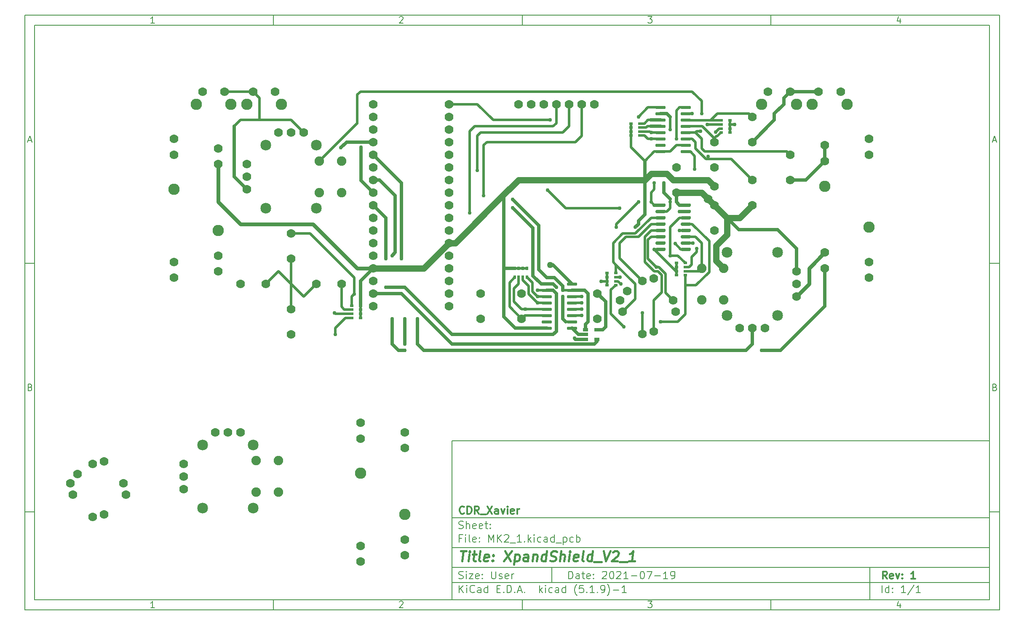
<source format=gbr>
%TF.GenerationSoftware,KiCad,Pcbnew,(5.1.9)-1*%
%TF.CreationDate,2021-08-02T11:53:33-04:00*%
%TF.ProjectId,MK2_1,4d4b325f-312e-46b6-9963-61645f706362,1*%
%TF.SameCoordinates,Original*%
%TF.FileFunction,Copper,L1,Top*%
%TF.FilePolarity,Positive*%
%FSLAX45Y45*%
G04 Gerber Fmt 4.5, Leading zero omitted, Abs format (unit mm)*
G04 Created by KiCad (PCBNEW (5.1.9)-1) date 2021-08-02 11:53:33*
%MOMM*%
%LPD*%
G01*
G04 APERTURE LIST*
%ADD10C,0.127000*%
%ADD11C,0.150000*%
%ADD12C,0.300000*%
%ADD13C,0.400000*%
%TA.AperFunction,SMDPad,CuDef*%
%ADD14R,1.016000X0.635000*%
%TD*%
%TA.AperFunction,SMDPad,CuDef*%
%ADD15R,0.762000X0.508000*%
%TD*%
%TA.AperFunction,SMDPad,CuDef*%
%ADD16R,0.508000X0.762000*%
%TD*%
%TA.AperFunction,ViaPad*%
%ADD17C,2.159000*%
%TD*%
%TA.AperFunction,ViaPad*%
%ADD18C,1.905000*%
%TD*%
%TA.AperFunction,ViaPad*%
%ADD19C,0.762000*%
%TD*%
%TA.AperFunction,ViaPad*%
%ADD20C,1.778000*%
%TD*%
%TA.AperFunction,ViaPad*%
%ADD21C,2.286000*%
%TD*%
%TA.AperFunction,ViaPad*%
%ADD22C,1.270000*%
%TD*%
%TA.AperFunction,Conductor*%
%ADD23C,0.508000*%
%TD*%
%TA.AperFunction,Conductor*%
%ADD24C,0.635000*%
%TD*%
%TA.AperFunction,Conductor*%
%ADD25C,0.762000*%
%TD*%
%TA.AperFunction,Conductor*%
%ADD26C,1.270000*%
%TD*%
G04 APERTURE END LIST*
D10*
D11*
X9590000Y-9570000D02*
X9590000Y-12770000D01*
X20390000Y-12770000D01*
X20390000Y-9570000D01*
X9590000Y-9570000D01*
D10*
D11*
X1000000Y-1000000D02*
X1000000Y-12970000D01*
X20590000Y-12970000D01*
X20590000Y-1000000D01*
X1000000Y-1000000D01*
D10*
D11*
X1200000Y-1200000D02*
X1200000Y-12770000D01*
X20390000Y-12770000D01*
X20390000Y-1200000D01*
X1200000Y-1200000D01*
D10*
D11*
X6000000Y-1200000D02*
X6000000Y-1000000D01*
D10*
D11*
X11000000Y-1200000D02*
X11000000Y-1000000D01*
D10*
D11*
X16000000Y-1200000D02*
X16000000Y-1000000D01*
D10*
D11*
X3606548Y-1158810D02*
X3532262Y-1158810D01*
X3569405Y-1158810D02*
X3569405Y-1028809D01*
X3557024Y-1047381D01*
X3544643Y-1059762D01*
X3532262Y-1065952D01*
D10*
D11*
X8532262Y-1041190D02*
X8538452Y-1035000D01*
X8550833Y-1028809D01*
X8581786Y-1028809D01*
X8594167Y-1035000D01*
X8600357Y-1041190D01*
X8606548Y-1053571D01*
X8606548Y-1065952D01*
X8600357Y-1084524D01*
X8526071Y-1158810D01*
X8606548Y-1158810D01*
D10*
D11*
X13526071Y-1028809D02*
X13606548Y-1028809D01*
X13563214Y-1078333D01*
X13581786Y-1078333D01*
X13594167Y-1084524D01*
X13600357Y-1090714D01*
X13606548Y-1103095D01*
X13606548Y-1134048D01*
X13600357Y-1146429D01*
X13594167Y-1152619D01*
X13581786Y-1158810D01*
X13544643Y-1158810D01*
X13532262Y-1152619D01*
X13526071Y-1146429D01*
D10*
D11*
X18594167Y-1072143D02*
X18594167Y-1158810D01*
X18563214Y-1022619D02*
X18532262Y-1115476D01*
X18612738Y-1115476D01*
D10*
D11*
X6000000Y-12770000D02*
X6000000Y-12970000D01*
D10*
D11*
X11000000Y-12770000D02*
X11000000Y-12970000D01*
D10*
D11*
X16000000Y-12770000D02*
X16000000Y-12970000D01*
D10*
D11*
X3606548Y-12928809D02*
X3532262Y-12928809D01*
X3569405Y-12928809D02*
X3569405Y-12798809D01*
X3557024Y-12817381D01*
X3544643Y-12829762D01*
X3532262Y-12835952D01*
D10*
D11*
X8532262Y-12811190D02*
X8538452Y-12805000D01*
X8550833Y-12798809D01*
X8581786Y-12798809D01*
X8594167Y-12805000D01*
X8600357Y-12811190D01*
X8606548Y-12823571D01*
X8606548Y-12835952D01*
X8600357Y-12854524D01*
X8526071Y-12928809D01*
X8606548Y-12928809D01*
D10*
D11*
X13526071Y-12798809D02*
X13606548Y-12798809D01*
X13563214Y-12848333D01*
X13581786Y-12848333D01*
X13594167Y-12854524D01*
X13600357Y-12860714D01*
X13606548Y-12873095D01*
X13606548Y-12904048D01*
X13600357Y-12916428D01*
X13594167Y-12922619D01*
X13581786Y-12928809D01*
X13544643Y-12928809D01*
X13532262Y-12922619D01*
X13526071Y-12916428D01*
D10*
D11*
X18594167Y-12842143D02*
X18594167Y-12928809D01*
X18563214Y-12792619D02*
X18532262Y-12885476D01*
X18612738Y-12885476D01*
D10*
D11*
X1000000Y-6000000D02*
X1200000Y-6000000D01*
D10*
D11*
X1000000Y-11000000D02*
X1200000Y-11000000D01*
D10*
D11*
X1069048Y-3521667D02*
X1130952Y-3521667D01*
X1056667Y-3558809D02*
X1100000Y-3428809D01*
X1143333Y-3558809D01*
D10*
D11*
X1109286Y-8490714D02*
X1127857Y-8496905D01*
X1134048Y-8503095D01*
X1140238Y-8515476D01*
X1140238Y-8534048D01*
X1134048Y-8546429D01*
X1127857Y-8552619D01*
X1115476Y-8558810D01*
X1065952Y-8558810D01*
X1065952Y-8428810D01*
X1109286Y-8428810D01*
X1121667Y-8435000D01*
X1127857Y-8441190D01*
X1134048Y-8453571D01*
X1134048Y-8465952D01*
X1127857Y-8478333D01*
X1121667Y-8484524D01*
X1109286Y-8490714D01*
X1065952Y-8490714D01*
D10*
D11*
X20590000Y-6000000D02*
X20390000Y-6000000D01*
D10*
D11*
X20590000Y-11000000D02*
X20390000Y-11000000D01*
D10*
D11*
X20459048Y-3521667D02*
X20520952Y-3521667D01*
X20446667Y-3558809D02*
X20490000Y-3428809D01*
X20533333Y-3558809D01*
D10*
D11*
X20499286Y-8490714D02*
X20517857Y-8496905D01*
X20524048Y-8503095D01*
X20530238Y-8515476D01*
X20530238Y-8534048D01*
X20524048Y-8546429D01*
X20517857Y-8552619D01*
X20505476Y-8558810D01*
X20455952Y-8558810D01*
X20455952Y-8428810D01*
X20499286Y-8428810D01*
X20511667Y-8435000D01*
X20517857Y-8441190D01*
X20524048Y-8453571D01*
X20524048Y-8465952D01*
X20517857Y-8478333D01*
X20511667Y-8484524D01*
X20499286Y-8490714D01*
X20455952Y-8490714D01*
D10*
D11*
X11933214Y-12347857D02*
X11933214Y-12197857D01*
X11968928Y-12197857D01*
X11990357Y-12205000D01*
X12004643Y-12219286D01*
X12011786Y-12233571D01*
X12018928Y-12262143D01*
X12018928Y-12283571D01*
X12011786Y-12312143D01*
X12004643Y-12326428D01*
X11990357Y-12340714D01*
X11968928Y-12347857D01*
X11933214Y-12347857D01*
X12147500Y-12347857D02*
X12147500Y-12269286D01*
X12140357Y-12255000D01*
X12126071Y-12247857D01*
X12097500Y-12247857D01*
X12083214Y-12255000D01*
X12147500Y-12340714D02*
X12133214Y-12347857D01*
X12097500Y-12347857D01*
X12083214Y-12340714D01*
X12076071Y-12326428D01*
X12076071Y-12312143D01*
X12083214Y-12297857D01*
X12097500Y-12290714D01*
X12133214Y-12290714D01*
X12147500Y-12283571D01*
X12197500Y-12247857D02*
X12254643Y-12247857D01*
X12218928Y-12197857D02*
X12218928Y-12326428D01*
X12226071Y-12340714D01*
X12240357Y-12347857D01*
X12254643Y-12347857D01*
X12361786Y-12340714D02*
X12347500Y-12347857D01*
X12318928Y-12347857D01*
X12304643Y-12340714D01*
X12297500Y-12326428D01*
X12297500Y-12269286D01*
X12304643Y-12255000D01*
X12318928Y-12247857D01*
X12347500Y-12247857D01*
X12361786Y-12255000D01*
X12368928Y-12269286D01*
X12368928Y-12283571D01*
X12297500Y-12297857D01*
X12433214Y-12333571D02*
X12440357Y-12340714D01*
X12433214Y-12347857D01*
X12426071Y-12340714D01*
X12433214Y-12333571D01*
X12433214Y-12347857D01*
X12433214Y-12255000D02*
X12440357Y-12262143D01*
X12433214Y-12269286D01*
X12426071Y-12262143D01*
X12433214Y-12255000D01*
X12433214Y-12269286D01*
X12611786Y-12212143D02*
X12618928Y-12205000D01*
X12633214Y-12197857D01*
X12668928Y-12197857D01*
X12683214Y-12205000D01*
X12690357Y-12212143D01*
X12697500Y-12226428D01*
X12697500Y-12240714D01*
X12690357Y-12262143D01*
X12604643Y-12347857D01*
X12697500Y-12347857D01*
X12790357Y-12197857D02*
X12804643Y-12197857D01*
X12818928Y-12205000D01*
X12826071Y-12212143D01*
X12833214Y-12226428D01*
X12840357Y-12255000D01*
X12840357Y-12290714D01*
X12833214Y-12319286D01*
X12826071Y-12333571D01*
X12818928Y-12340714D01*
X12804643Y-12347857D01*
X12790357Y-12347857D01*
X12776071Y-12340714D01*
X12768928Y-12333571D01*
X12761786Y-12319286D01*
X12754643Y-12290714D01*
X12754643Y-12255000D01*
X12761786Y-12226428D01*
X12768928Y-12212143D01*
X12776071Y-12205000D01*
X12790357Y-12197857D01*
X12897500Y-12212143D02*
X12904643Y-12205000D01*
X12918928Y-12197857D01*
X12954643Y-12197857D01*
X12968928Y-12205000D01*
X12976071Y-12212143D01*
X12983214Y-12226428D01*
X12983214Y-12240714D01*
X12976071Y-12262143D01*
X12890357Y-12347857D01*
X12983214Y-12347857D01*
X13126071Y-12347857D02*
X13040357Y-12347857D01*
X13083214Y-12347857D02*
X13083214Y-12197857D01*
X13068928Y-12219286D01*
X13054643Y-12233571D01*
X13040357Y-12240714D01*
X13190357Y-12290714D02*
X13304643Y-12290714D01*
X13404643Y-12197857D02*
X13418928Y-12197857D01*
X13433214Y-12205000D01*
X13440357Y-12212143D01*
X13447500Y-12226428D01*
X13454643Y-12255000D01*
X13454643Y-12290714D01*
X13447500Y-12319286D01*
X13440357Y-12333571D01*
X13433214Y-12340714D01*
X13418928Y-12347857D01*
X13404643Y-12347857D01*
X13390357Y-12340714D01*
X13383214Y-12333571D01*
X13376071Y-12319286D01*
X13368928Y-12290714D01*
X13368928Y-12255000D01*
X13376071Y-12226428D01*
X13383214Y-12212143D01*
X13390357Y-12205000D01*
X13404643Y-12197857D01*
X13504643Y-12197857D02*
X13604643Y-12197857D01*
X13540357Y-12347857D01*
X13661786Y-12290714D02*
X13776071Y-12290714D01*
X13926071Y-12347857D02*
X13840357Y-12347857D01*
X13883214Y-12347857D02*
X13883214Y-12197857D01*
X13868928Y-12219286D01*
X13854643Y-12233571D01*
X13840357Y-12240714D01*
X13997500Y-12347857D02*
X14026071Y-12347857D01*
X14040357Y-12340714D01*
X14047500Y-12333571D01*
X14061786Y-12312143D01*
X14068928Y-12283571D01*
X14068928Y-12226428D01*
X14061786Y-12212143D01*
X14054643Y-12205000D01*
X14040357Y-12197857D01*
X14011786Y-12197857D01*
X13997500Y-12205000D01*
X13990357Y-12212143D01*
X13983214Y-12226428D01*
X13983214Y-12262143D01*
X13990357Y-12276428D01*
X13997500Y-12283571D01*
X14011786Y-12290714D01*
X14040357Y-12290714D01*
X14054643Y-12283571D01*
X14061786Y-12276428D01*
X14068928Y-12262143D01*
D10*
D11*
X9590000Y-12420000D02*
X20390000Y-12420000D01*
D10*
D11*
X9733214Y-12627857D02*
X9733214Y-12477857D01*
X9818929Y-12627857D02*
X9754643Y-12542143D01*
X9818929Y-12477857D02*
X9733214Y-12563571D01*
X9883214Y-12627857D02*
X9883214Y-12527857D01*
X9883214Y-12477857D02*
X9876071Y-12485000D01*
X9883214Y-12492143D01*
X9890357Y-12485000D01*
X9883214Y-12477857D01*
X9883214Y-12492143D01*
X10040357Y-12613571D02*
X10033214Y-12620714D01*
X10011786Y-12627857D01*
X9997500Y-12627857D01*
X9976071Y-12620714D01*
X9961786Y-12606428D01*
X9954643Y-12592143D01*
X9947500Y-12563571D01*
X9947500Y-12542143D01*
X9954643Y-12513571D01*
X9961786Y-12499286D01*
X9976071Y-12485000D01*
X9997500Y-12477857D01*
X10011786Y-12477857D01*
X10033214Y-12485000D01*
X10040357Y-12492143D01*
X10168929Y-12627857D02*
X10168929Y-12549286D01*
X10161786Y-12535000D01*
X10147500Y-12527857D01*
X10118929Y-12527857D01*
X10104643Y-12535000D01*
X10168929Y-12620714D02*
X10154643Y-12627857D01*
X10118929Y-12627857D01*
X10104643Y-12620714D01*
X10097500Y-12606428D01*
X10097500Y-12592143D01*
X10104643Y-12577857D01*
X10118929Y-12570714D01*
X10154643Y-12570714D01*
X10168929Y-12563571D01*
X10304643Y-12627857D02*
X10304643Y-12477857D01*
X10304643Y-12620714D02*
X10290357Y-12627857D01*
X10261786Y-12627857D01*
X10247500Y-12620714D01*
X10240357Y-12613571D01*
X10233214Y-12599286D01*
X10233214Y-12556428D01*
X10240357Y-12542143D01*
X10247500Y-12535000D01*
X10261786Y-12527857D01*
X10290357Y-12527857D01*
X10304643Y-12535000D01*
X10490357Y-12549286D02*
X10540357Y-12549286D01*
X10561786Y-12627857D02*
X10490357Y-12627857D01*
X10490357Y-12477857D01*
X10561786Y-12477857D01*
X10626071Y-12613571D02*
X10633214Y-12620714D01*
X10626071Y-12627857D01*
X10618929Y-12620714D01*
X10626071Y-12613571D01*
X10626071Y-12627857D01*
X10697500Y-12627857D02*
X10697500Y-12477857D01*
X10733214Y-12477857D01*
X10754643Y-12485000D01*
X10768929Y-12499286D01*
X10776071Y-12513571D01*
X10783214Y-12542143D01*
X10783214Y-12563571D01*
X10776071Y-12592143D01*
X10768929Y-12606428D01*
X10754643Y-12620714D01*
X10733214Y-12627857D01*
X10697500Y-12627857D01*
X10847500Y-12613571D02*
X10854643Y-12620714D01*
X10847500Y-12627857D01*
X10840357Y-12620714D01*
X10847500Y-12613571D01*
X10847500Y-12627857D01*
X10911786Y-12585000D02*
X10983214Y-12585000D01*
X10897500Y-12627857D02*
X10947500Y-12477857D01*
X10997500Y-12627857D01*
X11047500Y-12613571D02*
X11054643Y-12620714D01*
X11047500Y-12627857D01*
X11040357Y-12620714D01*
X11047500Y-12613571D01*
X11047500Y-12627857D01*
X11347500Y-12627857D02*
X11347500Y-12477857D01*
X11361786Y-12570714D02*
X11404643Y-12627857D01*
X11404643Y-12527857D02*
X11347500Y-12585000D01*
X11468928Y-12627857D02*
X11468928Y-12527857D01*
X11468928Y-12477857D02*
X11461786Y-12485000D01*
X11468928Y-12492143D01*
X11476071Y-12485000D01*
X11468928Y-12477857D01*
X11468928Y-12492143D01*
X11604643Y-12620714D02*
X11590357Y-12627857D01*
X11561786Y-12627857D01*
X11547500Y-12620714D01*
X11540357Y-12613571D01*
X11533214Y-12599286D01*
X11533214Y-12556428D01*
X11540357Y-12542143D01*
X11547500Y-12535000D01*
X11561786Y-12527857D01*
X11590357Y-12527857D01*
X11604643Y-12535000D01*
X11733214Y-12627857D02*
X11733214Y-12549286D01*
X11726071Y-12535000D01*
X11711786Y-12527857D01*
X11683214Y-12527857D01*
X11668928Y-12535000D01*
X11733214Y-12620714D02*
X11718928Y-12627857D01*
X11683214Y-12627857D01*
X11668928Y-12620714D01*
X11661786Y-12606428D01*
X11661786Y-12592143D01*
X11668928Y-12577857D01*
X11683214Y-12570714D01*
X11718928Y-12570714D01*
X11733214Y-12563571D01*
X11868928Y-12627857D02*
X11868928Y-12477857D01*
X11868928Y-12620714D02*
X11854643Y-12627857D01*
X11826071Y-12627857D01*
X11811786Y-12620714D01*
X11804643Y-12613571D01*
X11797500Y-12599286D01*
X11797500Y-12556428D01*
X11804643Y-12542143D01*
X11811786Y-12535000D01*
X11826071Y-12527857D01*
X11854643Y-12527857D01*
X11868928Y-12535000D01*
X12097500Y-12685000D02*
X12090357Y-12677857D01*
X12076071Y-12656428D01*
X12068928Y-12642143D01*
X12061786Y-12620714D01*
X12054643Y-12585000D01*
X12054643Y-12556428D01*
X12061786Y-12520714D01*
X12068928Y-12499286D01*
X12076071Y-12485000D01*
X12090357Y-12463571D01*
X12097500Y-12456428D01*
X12226071Y-12477857D02*
X12154643Y-12477857D01*
X12147500Y-12549286D01*
X12154643Y-12542143D01*
X12168928Y-12535000D01*
X12204643Y-12535000D01*
X12218928Y-12542143D01*
X12226071Y-12549286D01*
X12233214Y-12563571D01*
X12233214Y-12599286D01*
X12226071Y-12613571D01*
X12218928Y-12620714D01*
X12204643Y-12627857D01*
X12168928Y-12627857D01*
X12154643Y-12620714D01*
X12147500Y-12613571D01*
X12297500Y-12613571D02*
X12304643Y-12620714D01*
X12297500Y-12627857D01*
X12290357Y-12620714D01*
X12297500Y-12613571D01*
X12297500Y-12627857D01*
X12447500Y-12627857D02*
X12361786Y-12627857D01*
X12404643Y-12627857D02*
X12404643Y-12477857D01*
X12390357Y-12499286D01*
X12376071Y-12513571D01*
X12361786Y-12520714D01*
X12511786Y-12613571D02*
X12518928Y-12620714D01*
X12511786Y-12627857D01*
X12504643Y-12620714D01*
X12511786Y-12613571D01*
X12511786Y-12627857D01*
X12590357Y-12627857D02*
X12618928Y-12627857D01*
X12633214Y-12620714D01*
X12640357Y-12613571D01*
X12654643Y-12592143D01*
X12661786Y-12563571D01*
X12661786Y-12506428D01*
X12654643Y-12492143D01*
X12647500Y-12485000D01*
X12633214Y-12477857D01*
X12604643Y-12477857D01*
X12590357Y-12485000D01*
X12583214Y-12492143D01*
X12576071Y-12506428D01*
X12576071Y-12542143D01*
X12583214Y-12556428D01*
X12590357Y-12563571D01*
X12604643Y-12570714D01*
X12633214Y-12570714D01*
X12647500Y-12563571D01*
X12654643Y-12556428D01*
X12661786Y-12542143D01*
X12711786Y-12685000D02*
X12718928Y-12677857D01*
X12733214Y-12656428D01*
X12740357Y-12642143D01*
X12747500Y-12620714D01*
X12754643Y-12585000D01*
X12754643Y-12556428D01*
X12747500Y-12520714D01*
X12740357Y-12499286D01*
X12733214Y-12485000D01*
X12718928Y-12463571D01*
X12711786Y-12456428D01*
X12826071Y-12570714D02*
X12940357Y-12570714D01*
X13090357Y-12627857D02*
X13004643Y-12627857D01*
X13047500Y-12627857D02*
X13047500Y-12477857D01*
X13033214Y-12499286D01*
X13018928Y-12513571D01*
X13004643Y-12520714D01*
D10*
D11*
X9590000Y-12120000D02*
X20390000Y-12120000D01*
D10*
D12*
X18330929Y-12347857D02*
X18280929Y-12276428D01*
X18245214Y-12347857D02*
X18245214Y-12197857D01*
X18302357Y-12197857D01*
X18316643Y-12205000D01*
X18323786Y-12212143D01*
X18330929Y-12226428D01*
X18330929Y-12247857D01*
X18323786Y-12262143D01*
X18316643Y-12269286D01*
X18302357Y-12276428D01*
X18245214Y-12276428D01*
X18452357Y-12340714D02*
X18438071Y-12347857D01*
X18409500Y-12347857D01*
X18395214Y-12340714D01*
X18388071Y-12326428D01*
X18388071Y-12269286D01*
X18395214Y-12255000D01*
X18409500Y-12247857D01*
X18438071Y-12247857D01*
X18452357Y-12255000D01*
X18459500Y-12269286D01*
X18459500Y-12283571D01*
X18388071Y-12297857D01*
X18509500Y-12247857D02*
X18545214Y-12347857D01*
X18580929Y-12247857D01*
X18638071Y-12333571D02*
X18645214Y-12340714D01*
X18638071Y-12347857D01*
X18630929Y-12340714D01*
X18638071Y-12333571D01*
X18638071Y-12347857D01*
X18638071Y-12255000D02*
X18645214Y-12262143D01*
X18638071Y-12269286D01*
X18630929Y-12262143D01*
X18638071Y-12255000D01*
X18638071Y-12269286D01*
X18902357Y-12347857D02*
X18816643Y-12347857D01*
X18859500Y-12347857D02*
X18859500Y-12197857D01*
X18845214Y-12219286D01*
X18830929Y-12233571D01*
X18816643Y-12240714D01*
D10*
D11*
X9726071Y-12340714D02*
X9747500Y-12347857D01*
X9783214Y-12347857D01*
X9797500Y-12340714D01*
X9804643Y-12333571D01*
X9811786Y-12319286D01*
X9811786Y-12305000D01*
X9804643Y-12290714D01*
X9797500Y-12283571D01*
X9783214Y-12276428D01*
X9754643Y-12269286D01*
X9740357Y-12262143D01*
X9733214Y-12255000D01*
X9726071Y-12240714D01*
X9726071Y-12226428D01*
X9733214Y-12212143D01*
X9740357Y-12205000D01*
X9754643Y-12197857D01*
X9790357Y-12197857D01*
X9811786Y-12205000D01*
X9876071Y-12347857D02*
X9876071Y-12247857D01*
X9876071Y-12197857D02*
X9868929Y-12205000D01*
X9876071Y-12212143D01*
X9883214Y-12205000D01*
X9876071Y-12197857D01*
X9876071Y-12212143D01*
X9933214Y-12247857D02*
X10011786Y-12247857D01*
X9933214Y-12347857D01*
X10011786Y-12347857D01*
X10126071Y-12340714D02*
X10111786Y-12347857D01*
X10083214Y-12347857D01*
X10068929Y-12340714D01*
X10061786Y-12326428D01*
X10061786Y-12269286D01*
X10068929Y-12255000D01*
X10083214Y-12247857D01*
X10111786Y-12247857D01*
X10126071Y-12255000D01*
X10133214Y-12269286D01*
X10133214Y-12283571D01*
X10061786Y-12297857D01*
X10197500Y-12333571D02*
X10204643Y-12340714D01*
X10197500Y-12347857D01*
X10190357Y-12340714D01*
X10197500Y-12333571D01*
X10197500Y-12347857D01*
X10197500Y-12255000D02*
X10204643Y-12262143D01*
X10197500Y-12269286D01*
X10190357Y-12262143D01*
X10197500Y-12255000D01*
X10197500Y-12269286D01*
X10383214Y-12197857D02*
X10383214Y-12319286D01*
X10390357Y-12333571D01*
X10397500Y-12340714D01*
X10411786Y-12347857D01*
X10440357Y-12347857D01*
X10454643Y-12340714D01*
X10461786Y-12333571D01*
X10468929Y-12319286D01*
X10468929Y-12197857D01*
X10533214Y-12340714D02*
X10547500Y-12347857D01*
X10576071Y-12347857D01*
X10590357Y-12340714D01*
X10597500Y-12326428D01*
X10597500Y-12319286D01*
X10590357Y-12305000D01*
X10576071Y-12297857D01*
X10554643Y-12297857D01*
X10540357Y-12290714D01*
X10533214Y-12276428D01*
X10533214Y-12269286D01*
X10540357Y-12255000D01*
X10554643Y-12247857D01*
X10576071Y-12247857D01*
X10590357Y-12255000D01*
X10718929Y-12340714D02*
X10704643Y-12347857D01*
X10676071Y-12347857D01*
X10661786Y-12340714D01*
X10654643Y-12326428D01*
X10654643Y-12269286D01*
X10661786Y-12255000D01*
X10676071Y-12247857D01*
X10704643Y-12247857D01*
X10718929Y-12255000D01*
X10726071Y-12269286D01*
X10726071Y-12283571D01*
X10654643Y-12297857D01*
X10790357Y-12347857D02*
X10790357Y-12247857D01*
X10790357Y-12276428D02*
X10797500Y-12262143D01*
X10804643Y-12255000D01*
X10818929Y-12247857D01*
X10833214Y-12247857D01*
D10*
D11*
X18233214Y-12627857D02*
X18233214Y-12477857D01*
X18368929Y-12627857D02*
X18368929Y-12477857D01*
X18368929Y-12620714D02*
X18354643Y-12627857D01*
X18326071Y-12627857D01*
X18311786Y-12620714D01*
X18304643Y-12613571D01*
X18297500Y-12599286D01*
X18297500Y-12556428D01*
X18304643Y-12542143D01*
X18311786Y-12535000D01*
X18326071Y-12527857D01*
X18354643Y-12527857D01*
X18368929Y-12535000D01*
X18440357Y-12613571D02*
X18447500Y-12620714D01*
X18440357Y-12627857D01*
X18433214Y-12620714D01*
X18440357Y-12613571D01*
X18440357Y-12627857D01*
X18440357Y-12535000D02*
X18447500Y-12542143D01*
X18440357Y-12549286D01*
X18433214Y-12542143D01*
X18440357Y-12535000D01*
X18440357Y-12549286D01*
X18704643Y-12627857D02*
X18618929Y-12627857D01*
X18661786Y-12627857D02*
X18661786Y-12477857D01*
X18647500Y-12499286D01*
X18633214Y-12513571D01*
X18618929Y-12520714D01*
X18876071Y-12470714D02*
X18747500Y-12663571D01*
X19004643Y-12627857D02*
X18918929Y-12627857D01*
X18961786Y-12627857D02*
X18961786Y-12477857D01*
X18947500Y-12499286D01*
X18933214Y-12513571D01*
X18918929Y-12520714D01*
D10*
D11*
X9590000Y-11720000D02*
X20390000Y-11720000D01*
D10*
D13*
X9761238Y-11790476D02*
X9875524Y-11790476D01*
X9793381Y-11990476D02*
X9818381Y-11790476D01*
X9917190Y-11990476D02*
X9933857Y-11857143D01*
X9942190Y-11790476D02*
X9931476Y-11800000D01*
X9939810Y-11809524D01*
X9950524Y-11800000D01*
X9942190Y-11790476D01*
X9939810Y-11809524D01*
X10000524Y-11857143D02*
X10076714Y-11857143D01*
X10037429Y-11790476D02*
X10016000Y-11961905D01*
X10023143Y-11980952D01*
X10041000Y-11990476D01*
X10060048Y-11990476D01*
X10155286Y-11990476D02*
X10137429Y-11980952D01*
X10130286Y-11961905D01*
X10151714Y-11790476D01*
X10308857Y-11980952D02*
X10288619Y-11990476D01*
X10250524Y-11990476D01*
X10232667Y-11980952D01*
X10225524Y-11961905D01*
X10235048Y-11885714D01*
X10246952Y-11866667D01*
X10267190Y-11857143D01*
X10305286Y-11857143D01*
X10323143Y-11866667D01*
X10330286Y-11885714D01*
X10327905Y-11904762D01*
X10230286Y-11923809D01*
X10405286Y-11971428D02*
X10413619Y-11980952D01*
X10402905Y-11990476D01*
X10394571Y-11980952D01*
X10405286Y-11971428D01*
X10402905Y-11990476D01*
X10418381Y-11866667D02*
X10426714Y-11876190D01*
X10416000Y-11885714D01*
X10407667Y-11876190D01*
X10418381Y-11866667D01*
X10416000Y-11885714D01*
X10656476Y-11790476D02*
X10764810Y-11990476D01*
X10789810Y-11790476D02*
X10631476Y-11990476D01*
X10857667Y-11857143D02*
X10832667Y-12057143D01*
X10856476Y-11866667D02*
X10876714Y-11857143D01*
X10914810Y-11857143D01*
X10932667Y-11866667D01*
X10941000Y-11876190D01*
X10948143Y-11895238D01*
X10941000Y-11952381D01*
X10929095Y-11971428D01*
X10918381Y-11980952D01*
X10898143Y-11990476D01*
X10860048Y-11990476D01*
X10842190Y-11980952D01*
X11107667Y-11990476D02*
X11120762Y-11885714D01*
X11113619Y-11866667D01*
X11095762Y-11857143D01*
X11057667Y-11857143D01*
X11037429Y-11866667D01*
X11108857Y-11980952D02*
X11088619Y-11990476D01*
X11041000Y-11990476D01*
X11023143Y-11980952D01*
X11016000Y-11961905D01*
X11018381Y-11942857D01*
X11030286Y-11923809D01*
X11050524Y-11914286D01*
X11098143Y-11914286D01*
X11118381Y-11904762D01*
X11219571Y-11857143D02*
X11202905Y-11990476D01*
X11217190Y-11876190D02*
X11227905Y-11866667D01*
X11248143Y-11857143D01*
X11276714Y-11857143D01*
X11294571Y-11866667D01*
X11301714Y-11885714D01*
X11288619Y-11990476D01*
X11469571Y-11990476D02*
X11494571Y-11790476D01*
X11470762Y-11980952D02*
X11450524Y-11990476D01*
X11412428Y-11990476D01*
X11394571Y-11980952D01*
X11386238Y-11971428D01*
X11379095Y-11952381D01*
X11386238Y-11895238D01*
X11398143Y-11876190D01*
X11408857Y-11866667D01*
X11429095Y-11857143D01*
X11467190Y-11857143D01*
X11485048Y-11866667D01*
X11556476Y-11980952D02*
X11583857Y-11990476D01*
X11631476Y-11990476D01*
X11651714Y-11980952D01*
X11662428Y-11971428D01*
X11674333Y-11952381D01*
X11676714Y-11933333D01*
X11669571Y-11914286D01*
X11661238Y-11904762D01*
X11643381Y-11895238D01*
X11606476Y-11885714D01*
X11588619Y-11876190D01*
X11580286Y-11866667D01*
X11573143Y-11847619D01*
X11575524Y-11828571D01*
X11587428Y-11809524D01*
X11598143Y-11800000D01*
X11618381Y-11790476D01*
X11666000Y-11790476D01*
X11693381Y-11800000D01*
X11755286Y-11990476D02*
X11780286Y-11790476D01*
X11841000Y-11990476D02*
X11854095Y-11885714D01*
X11846952Y-11866667D01*
X11829095Y-11857143D01*
X11800524Y-11857143D01*
X11780286Y-11866667D01*
X11769571Y-11876190D01*
X11936238Y-11990476D02*
X11952905Y-11857143D01*
X11961238Y-11790476D02*
X11950524Y-11800000D01*
X11958857Y-11809524D01*
X11969571Y-11800000D01*
X11961238Y-11790476D01*
X11958857Y-11809524D01*
X12108857Y-11980952D02*
X12088619Y-11990476D01*
X12050524Y-11990476D01*
X12032667Y-11980952D01*
X12025524Y-11961905D01*
X12035048Y-11885714D01*
X12046952Y-11866667D01*
X12067190Y-11857143D01*
X12105286Y-11857143D01*
X12123143Y-11866667D01*
X12130286Y-11885714D01*
X12127905Y-11904762D01*
X12030286Y-11923809D01*
X12231476Y-11990476D02*
X12213619Y-11980952D01*
X12206476Y-11961905D01*
X12227905Y-11790476D01*
X12393381Y-11990476D02*
X12418381Y-11790476D01*
X12394571Y-11980952D02*
X12374333Y-11990476D01*
X12336238Y-11990476D01*
X12318381Y-11980952D01*
X12310048Y-11971428D01*
X12302905Y-11952381D01*
X12310048Y-11895238D01*
X12321952Y-11876190D01*
X12332667Y-11866667D01*
X12352905Y-11857143D01*
X12391000Y-11857143D01*
X12408857Y-11866667D01*
X12438619Y-12009524D02*
X12591000Y-12009524D01*
X12637428Y-11790476D02*
X12679095Y-11990476D01*
X12770762Y-11790476D01*
X12825524Y-11809524D02*
X12836238Y-11800000D01*
X12856476Y-11790476D01*
X12904095Y-11790476D01*
X12921952Y-11800000D01*
X12930286Y-11809524D01*
X12937428Y-11828571D01*
X12935048Y-11847619D01*
X12921952Y-11876190D01*
X12793381Y-11990476D01*
X12917190Y-11990476D01*
X12952905Y-12009524D02*
X13105286Y-12009524D01*
X13260048Y-11990476D02*
X13145762Y-11990476D01*
X13202905Y-11990476D02*
X13227905Y-11790476D01*
X13205286Y-11819048D01*
X13183857Y-11838095D01*
X13163619Y-11847619D01*
D10*
D11*
X9783214Y-11529286D02*
X9733214Y-11529286D01*
X9733214Y-11607857D02*
X9733214Y-11457857D01*
X9804643Y-11457857D01*
X9861786Y-11607857D02*
X9861786Y-11507857D01*
X9861786Y-11457857D02*
X9854643Y-11465000D01*
X9861786Y-11472143D01*
X9868929Y-11465000D01*
X9861786Y-11457857D01*
X9861786Y-11472143D01*
X9954643Y-11607857D02*
X9940357Y-11600714D01*
X9933214Y-11586428D01*
X9933214Y-11457857D01*
X10068929Y-11600714D02*
X10054643Y-11607857D01*
X10026071Y-11607857D01*
X10011786Y-11600714D01*
X10004643Y-11586428D01*
X10004643Y-11529286D01*
X10011786Y-11515000D01*
X10026071Y-11507857D01*
X10054643Y-11507857D01*
X10068929Y-11515000D01*
X10076071Y-11529286D01*
X10076071Y-11543571D01*
X10004643Y-11557857D01*
X10140357Y-11593571D02*
X10147500Y-11600714D01*
X10140357Y-11607857D01*
X10133214Y-11600714D01*
X10140357Y-11593571D01*
X10140357Y-11607857D01*
X10140357Y-11515000D02*
X10147500Y-11522143D01*
X10140357Y-11529286D01*
X10133214Y-11522143D01*
X10140357Y-11515000D01*
X10140357Y-11529286D01*
X10326071Y-11607857D02*
X10326071Y-11457857D01*
X10376071Y-11565000D01*
X10426071Y-11457857D01*
X10426071Y-11607857D01*
X10497500Y-11607857D02*
X10497500Y-11457857D01*
X10583214Y-11607857D02*
X10518929Y-11522143D01*
X10583214Y-11457857D02*
X10497500Y-11543571D01*
X10640357Y-11472143D02*
X10647500Y-11465000D01*
X10661786Y-11457857D01*
X10697500Y-11457857D01*
X10711786Y-11465000D01*
X10718929Y-11472143D01*
X10726071Y-11486428D01*
X10726071Y-11500714D01*
X10718929Y-11522143D01*
X10633214Y-11607857D01*
X10726071Y-11607857D01*
X10754643Y-11622143D02*
X10868929Y-11622143D01*
X10983214Y-11607857D02*
X10897500Y-11607857D01*
X10940357Y-11607857D02*
X10940357Y-11457857D01*
X10926071Y-11479286D01*
X10911786Y-11493571D01*
X10897500Y-11500714D01*
X11047500Y-11593571D02*
X11054643Y-11600714D01*
X11047500Y-11607857D01*
X11040357Y-11600714D01*
X11047500Y-11593571D01*
X11047500Y-11607857D01*
X11118929Y-11607857D02*
X11118929Y-11457857D01*
X11133214Y-11550714D02*
X11176071Y-11607857D01*
X11176071Y-11507857D02*
X11118929Y-11565000D01*
X11240357Y-11607857D02*
X11240357Y-11507857D01*
X11240357Y-11457857D02*
X11233214Y-11465000D01*
X11240357Y-11472143D01*
X11247500Y-11465000D01*
X11240357Y-11457857D01*
X11240357Y-11472143D01*
X11376071Y-11600714D02*
X11361786Y-11607857D01*
X11333214Y-11607857D01*
X11318928Y-11600714D01*
X11311786Y-11593571D01*
X11304643Y-11579286D01*
X11304643Y-11536428D01*
X11311786Y-11522143D01*
X11318928Y-11515000D01*
X11333214Y-11507857D01*
X11361786Y-11507857D01*
X11376071Y-11515000D01*
X11504643Y-11607857D02*
X11504643Y-11529286D01*
X11497500Y-11515000D01*
X11483214Y-11507857D01*
X11454643Y-11507857D01*
X11440357Y-11515000D01*
X11504643Y-11600714D02*
X11490357Y-11607857D01*
X11454643Y-11607857D01*
X11440357Y-11600714D01*
X11433214Y-11586428D01*
X11433214Y-11572143D01*
X11440357Y-11557857D01*
X11454643Y-11550714D01*
X11490357Y-11550714D01*
X11504643Y-11543571D01*
X11640357Y-11607857D02*
X11640357Y-11457857D01*
X11640357Y-11600714D02*
X11626071Y-11607857D01*
X11597500Y-11607857D01*
X11583214Y-11600714D01*
X11576071Y-11593571D01*
X11568928Y-11579286D01*
X11568928Y-11536428D01*
X11576071Y-11522143D01*
X11583214Y-11515000D01*
X11597500Y-11507857D01*
X11626071Y-11507857D01*
X11640357Y-11515000D01*
X11676071Y-11622143D02*
X11790357Y-11622143D01*
X11826071Y-11507857D02*
X11826071Y-11657857D01*
X11826071Y-11515000D02*
X11840357Y-11507857D01*
X11868928Y-11507857D01*
X11883214Y-11515000D01*
X11890357Y-11522143D01*
X11897500Y-11536428D01*
X11897500Y-11579286D01*
X11890357Y-11593571D01*
X11883214Y-11600714D01*
X11868928Y-11607857D01*
X11840357Y-11607857D01*
X11826071Y-11600714D01*
X12026071Y-11600714D02*
X12011786Y-11607857D01*
X11983214Y-11607857D01*
X11968928Y-11600714D01*
X11961786Y-11593571D01*
X11954643Y-11579286D01*
X11954643Y-11536428D01*
X11961786Y-11522143D01*
X11968928Y-11515000D01*
X11983214Y-11507857D01*
X12011786Y-11507857D01*
X12026071Y-11515000D01*
X12090357Y-11607857D02*
X12090357Y-11457857D01*
X12090357Y-11515000D02*
X12104643Y-11507857D01*
X12133214Y-11507857D01*
X12147500Y-11515000D01*
X12154643Y-11522143D01*
X12161786Y-11536428D01*
X12161786Y-11579286D01*
X12154643Y-11593571D01*
X12147500Y-11600714D01*
X12133214Y-11607857D01*
X12104643Y-11607857D01*
X12090357Y-11600714D01*
D10*
D11*
X9590000Y-11120000D02*
X20390000Y-11120000D01*
D10*
D11*
X9726071Y-11330714D02*
X9747500Y-11337857D01*
X9783214Y-11337857D01*
X9797500Y-11330714D01*
X9804643Y-11323571D01*
X9811786Y-11309286D01*
X9811786Y-11295000D01*
X9804643Y-11280714D01*
X9797500Y-11273571D01*
X9783214Y-11266428D01*
X9754643Y-11259286D01*
X9740357Y-11252143D01*
X9733214Y-11245000D01*
X9726071Y-11230714D01*
X9726071Y-11216428D01*
X9733214Y-11202143D01*
X9740357Y-11195000D01*
X9754643Y-11187857D01*
X9790357Y-11187857D01*
X9811786Y-11195000D01*
X9876071Y-11337857D02*
X9876071Y-11187857D01*
X9940357Y-11337857D02*
X9940357Y-11259286D01*
X9933214Y-11245000D01*
X9918929Y-11237857D01*
X9897500Y-11237857D01*
X9883214Y-11245000D01*
X9876071Y-11252143D01*
X10068929Y-11330714D02*
X10054643Y-11337857D01*
X10026071Y-11337857D01*
X10011786Y-11330714D01*
X10004643Y-11316428D01*
X10004643Y-11259286D01*
X10011786Y-11245000D01*
X10026071Y-11237857D01*
X10054643Y-11237857D01*
X10068929Y-11245000D01*
X10076071Y-11259286D01*
X10076071Y-11273571D01*
X10004643Y-11287857D01*
X10197500Y-11330714D02*
X10183214Y-11337857D01*
X10154643Y-11337857D01*
X10140357Y-11330714D01*
X10133214Y-11316428D01*
X10133214Y-11259286D01*
X10140357Y-11245000D01*
X10154643Y-11237857D01*
X10183214Y-11237857D01*
X10197500Y-11245000D01*
X10204643Y-11259286D01*
X10204643Y-11273571D01*
X10133214Y-11287857D01*
X10247500Y-11237857D02*
X10304643Y-11237857D01*
X10268929Y-11187857D02*
X10268929Y-11316428D01*
X10276071Y-11330714D01*
X10290357Y-11337857D01*
X10304643Y-11337857D01*
X10354643Y-11323571D02*
X10361786Y-11330714D01*
X10354643Y-11337857D01*
X10347500Y-11330714D01*
X10354643Y-11323571D01*
X10354643Y-11337857D01*
X10354643Y-11245000D02*
X10361786Y-11252143D01*
X10354643Y-11259286D01*
X10347500Y-11252143D01*
X10354643Y-11245000D01*
X10354643Y-11259286D01*
D10*
D12*
X9830929Y-11023571D02*
X9823786Y-11030714D01*
X9802357Y-11037857D01*
X9788071Y-11037857D01*
X9766643Y-11030714D01*
X9752357Y-11016429D01*
X9745214Y-11002143D01*
X9738071Y-10973571D01*
X9738071Y-10952143D01*
X9745214Y-10923571D01*
X9752357Y-10909286D01*
X9766643Y-10895000D01*
X9788071Y-10887857D01*
X9802357Y-10887857D01*
X9823786Y-10895000D01*
X9830929Y-10902143D01*
X9895214Y-11037857D02*
X9895214Y-10887857D01*
X9930929Y-10887857D01*
X9952357Y-10895000D01*
X9966643Y-10909286D01*
X9973786Y-10923571D01*
X9980929Y-10952143D01*
X9980929Y-10973571D01*
X9973786Y-11002143D01*
X9966643Y-11016429D01*
X9952357Y-11030714D01*
X9930929Y-11037857D01*
X9895214Y-11037857D01*
X10130929Y-11037857D02*
X10080929Y-10966429D01*
X10045214Y-11037857D02*
X10045214Y-10887857D01*
X10102357Y-10887857D01*
X10116643Y-10895000D01*
X10123786Y-10902143D01*
X10130929Y-10916429D01*
X10130929Y-10937857D01*
X10123786Y-10952143D01*
X10116643Y-10959286D01*
X10102357Y-10966429D01*
X10045214Y-10966429D01*
X10159500Y-11052143D02*
X10273786Y-11052143D01*
X10295214Y-10887857D02*
X10395214Y-11037857D01*
X10395214Y-10887857D02*
X10295214Y-11037857D01*
X10516643Y-11037857D02*
X10516643Y-10959286D01*
X10509500Y-10945000D01*
X10495214Y-10937857D01*
X10466643Y-10937857D01*
X10452357Y-10945000D01*
X10516643Y-11030714D02*
X10502357Y-11037857D01*
X10466643Y-11037857D01*
X10452357Y-11030714D01*
X10445214Y-11016429D01*
X10445214Y-11002143D01*
X10452357Y-10987857D01*
X10466643Y-10980714D01*
X10502357Y-10980714D01*
X10516643Y-10973571D01*
X10573786Y-10937857D02*
X10609500Y-11037857D01*
X10645214Y-10937857D01*
X10702357Y-11037857D02*
X10702357Y-10937857D01*
X10702357Y-10887857D02*
X10695214Y-10895000D01*
X10702357Y-10902143D01*
X10709500Y-10895000D01*
X10702357Y-10887857D01*
X10702357Y-10902143D01*
X10830929Y-11030714D02*
X10816643Y-11037857D01*
X10788071Y-11037857D01*
X10773786Y-11030714D01*
X10766643Y-11016429D01*
X10766643Y-10959286D01*
X10773786Y-10945000D01*
X10788071Y-10937857D01*
X10816643Y-10937857D01*
X10830929Y-10945000D01*
X10838071Y-10959286D01*
X10838071Y-10973571D01*
X10766643Y-10987857D01*
X10902357Y-11037857D02*
X10902357Y-10937857D01*
X10902357Y-10966429D02*
X10909500Y-10952143D01*
X10916643Y-10945000D01*
X10930929Y-10937857D01*
X10945214Y-10937857D01*
D10*
D11*
X11590000Y-12120000D02*
X11590000Y-12420000D01*
D10*
D11*
X17990000Y-12120000D02*
X17990000Y-12770000D01*
D14*
%TO.P,REF\u002A\u002A,1*%
%TO.N,N/C*%
X12268200Y-7334250D03*
%TO.P,REF\u002A\u002A,2*%
X12268200Y-7429500D03*
%TO.P,REF\u002A\u002A,3*%
X12268200Y-7524750D03*
%TO.P,REF\u002A\u002A,4*%
X12496800Y-7524750D03*
%TO.P,REF\u002A\u002A,5*%
X12496800Y-7334250D03*
%TD*%
D15*
%TO.P,REF\u002A\u002A,1*%
%TO.N,N/C*%
X14097000Y-5988050D03*
%TO.P,REF\u002A\u002A,3*%
X14097000Y-6153150D03*
%TO.P,REF\u002A\u002A,2*%
X14097000Y-6070600D03*
%TO.P,REF\u002A\u002A,4*%
X14097000Y-6229350D03*
%TO.P,REF\u002A\u002A,7*%
X14274800Y-6070600D03*
%TO.P,REF\u002A\u002A,8*%
X14274800Y-5988050D03*
%TO.P,REF\u002A\u002A,6*%
X14274800Y-6153150D03*
%TO.P,REF\u002A\u002A,5*%
X14274800Y-6229350D03*
%TD*%
D16*
%TO.P,REF\u002A\u002A,1*%
%TO.N,N/C*%
X11093450Y-6096000D03*
%TO.P,REF\u002A\u002A,3*%
X10928350Y-6096000D03*
%TO.P,REF\u002A\u002A,2*%
X11010900Y-6096000D03*
%TO.P,REF\u002A\u002A,4*%
X10852150Y-6096000D03*
%TO.P,REF\u002A\u002A,7*%
X11010900Y-6273800D03*
%TO.P,REF\u002A\u002A,8*%
X11093450Y-6273800D03*
%TO.P,REF\u002A\u002A,6*%
X10928350Y-6273800D03*
%TO.P,REF\u002A\u002A,5*%
X10852150Y-6273800D03*
%TD*%
D15*
%TO.P,REF\u002A\u002A,1*%
%TO.N,N/C*%
X12700000Y-6191250D03*
%TO.P,REF\u002A\u002A,3*%
X12700000Y-6356350D03*
%TO.P,REF\u002A\u002A,2*%
X12700000Y-6273800D03*
%TO.P,REF\u002A\u002A,4*%
X12700000Y-6432550D03*
%TO.P,REF\u002A\u002A,7*%
X12877800Y-6273800D03*
%TO.P,REF\u002A\u002A,8*%
X12877800Y-6191250D03*
%TO.P,REF\u002A\u002A,6*%
X12877800Y-6356350D03*
%TO.P,REF\u002A\u002A,5*%
X12877800Y-6432550D03*
%TD*%
%TO.P,REF\u002A\u002A,1*%
%TO.N,N/C*%
X7747000Y-7092950D03*
%TO.P,REF\u002A\u002A,3*%
X7747000Y-6927850D03*
%TO.P,REF\u002A\u002A,2*%
X7747000Y-7010400D03*
%TO.P,REF\u002A\u002A,4*%
X7747000Y-6851650D03*
%TO.P,REF\u002A\u002A,7*%
X7569200Y-7010400D03*
%TO.P,REF\u002A\u002A,8*%
X7569200Y-7092950D03*
%TO.P,REF\u002A\u002A,6*%
X7569200Y-6927850D03*
%TO.P,REF\u002A\u002A,5*%
X7569200Y-6851650D03*
%TD*%
%TO.P,REF\u002A\u002A,5*%
%TO.N,N/C*%
X15176500Y-3359150D03*
%TO.P,REF\u002A\u002A,6*%
X15176500Y-3282950D03*
%TO.P,REF\u002A\u002A,8*%
X15176500Y-3117850D03*
%TO.P,REF\u002A\u002A,7*%
X15176500Y-3200400D03*
%TO.P,REF\u002A\u002A,4*%
X14998700Y-3359150D03*
%TO.P,REF\u002A\u002A,2*%
X14998700Y-3200400D03*
%TO.P,REF\u002A\u002A,3*%
X14998700Y-3282950D03*
%TO.P,REF\u002A\u002A,1*%
X14998700Y-3117850D03*
%TD*%
%TO.P,REF\u002A\u002A,1*%
%TO.N,N/C*%
X13182600Y-3181350D03*
%TO.P,REF\u002A\u002A,3*%
X13182600Y-3346450D03*
%TO.P,REF\u002A\u002A,2*%
X13182600Y-3263900D03*
%TO.P,REF\u002A\u002A,4*%
X13182600Y-3422650D03*
%TO.P,REF\u002A\u002A,7*%
X13360400Y-3263900D03*
%TO.P,REF\u002A\u002A,8*%
X13360400Y-3181350D03*
%TO.P,REF\u002A\u002A,6*%
X13360400Y-3346450D03*
%TO.P,REF\u002A\u002A,5*%
X13360400Y-3422650D03*
%TD*%
%TO.P,C2,16*%
%TO.N,N/C*%
%TA.AperFunction,SMDPad,CuDef*%
G36*
G01*
X14185900Y-4841875D02*
X14185900Y-4810125D01*
G75*
G02*
X14201775Y-4794250I15875J0D01*
G01*
X14373225Y-4794250D01*
G75*
G02*
X14389100Y-4810125I0J-15875D01*
G01*
X14389100Y-4841875D01*
G75*
G02*
X14373225Y-4857750I-15875J0D01*
G01*
X14201775Y-4857750D01*
G75*
G02*
X14185900Y-4841875I0J15875D01*
G01*
G37*
%TD.AperFunction*%
%TO.P,C2,15*%
%TA.AperFunction,SMDPad,CuDef*%
G36*
G01*
X14185900Y-4968875D02*
X14185900Y-4937125D01*
G75*
G02*
X14201775Y-4921250I15875J0D01*
G01*
X14373225Y-4921250D01*
G75*
G02*
X14389100Y-4937125I0J-15875D01*
G01*
X14389100Y-4968875D01*
G75*
G02*
X14373225Y-4984750I-15875J0D01*
G01*
X14201775Y-4984750D01*
G75*
G02*
X14185900Y-4968875I0J15875D01*
G01*
G37*
%TD.AperFunction*%
%TO.P,C2,14*%
%TA.AperFunction,SMDPad,CuDef*%
G36*
G01*
X14185900Y-5095875D02*
X14185900Y-5064125D01*
G75*
G02*
X14201775Y-5048250I15875J0D01*
G01*
X14373225Y-5048250D01*
G75*
G02*
X14389100Y-5064125I0J-15875D01*
G01*
X14389100Y-5095875D01*
G75*
G02*
X14373225Y-5111750I-15875J0D01*
G01*
X14201775Y-5111750D01*
G75*
G02*
X14185900Y-5095875I0J15875D01*
G01*
G37*
%TD.AperFunction*%
%TO.P,C2,13*%
%TA.AperFunction,SMDPad,CuDef*%
G36*
G01*
X14185900Y-5222875D02*
X14185900Y-5191125D01*
G75*
G02*
X14201775Y-5175250I15875J0D01*
G01*
X14373225Y-5175250D01*
G75*
G02*
X14389100Y-5191125I0J-15875D01*
G01*
X14389100Y-5222875D01*
G75*
G02*
X14373225Y-5238750I-15875J0D01*
G01*
X14201775Y-5238750D01*
G75*
G02*
X14185900Y-5222875I0J15875D01*
G01*
G37*
%TD.AperFunction*%
%TO.P,C2,12*%
%TA.AperFunction,SMDPad,CuDef*%
G36*
G01*
X14185900Y-5349875D02*
X14185900Y-5318125D01*
G75*
G02*
X14201775Y-5302250I15875J0D01*
G01*
X14373225Y-5302250D01*
G75*
G02*
X14389100Y-5318125I0J-15875D01*
G01*
X14389100Y-5349875D01*
G75*
G02*
X14373225Y-5365750I-15875J0D01*
G01*
X14201775Y-5365750D01*
G75*
G02*
X14185900Y-5349875I0J15875D01*
G01*
G37*
%TD.AperFunction*%
%TO.P,C2,11*%
%TA.AperFunction,SMDPad,CuDef*%
G36*
G01*
X14185900Y-5476875D02*
X14185900Y-5445125D01*
G75*
G02*
X14201775Y-5429250I15875J0D01*
G01*
X14373225Y-5429250D01*
G75*
G02*
X14389100Y-5445125I0J-15875D01*
G01*
X14389100Y-5476875D01*
G75*
G02*
X14373225Y-5492750I-15875J0D01*
G01*
X14201775Y-5492750D01*
G75*
G02*
X14185900Y-5476875I0J15875D01*
G01*
G37*
%TD.AperFunction*%
%TO.P,C2,10*%
%TA.AperFunction,SMDPad,CuDef*%
G36*
G01*
X14185900Y-5603875D02*
X14185900Y-5572125D01*
G75*
G02*
X14201775Y-5556250I15875J0D01*
G01*
X14373225Y-5556250D01*
G75*
G02*
X14389100Y-5572125I0J-15875D01*
G01*
X14389100Y-5603875D01*
G75*
G02*
X14373225Y-5619750I-15875J0D01*
G01*
X14201775Y-5619750D01*
G75*
G02*
X14185900Y-5603875I0J15875D01*
G01*
G37*
%TD.AperFunction*%
%TO.P,C2,9*%
%TA.AperFunction,SMDPad,CuDef*%
G36*
G01*
X14185900Y-5730875D02*
X14185900Y-5699125D01*
G75*
G02*
X14201775Y-5683250I15875J0D01*
G01*
X14373225Y-5683250D01*
G75*
G02*
X14389100Y-5699125I0J-15875D01*
G01*
X14389100Y-5730875D01*
G75*
G02*
X14373225Y-5746750I-15875J0D01*
G01*
X14201775Y-5746750D01*
G75*
G02*
X14185900Y-5730875I0J15875D01*
G01*
G37*
%TD.AperFunction*%
%TO.P,C2,8*%
%TA.AperFunction,SMDPad,CuDef*%
G36*
G01*
X13677900Y-5730875D02*
X13677900Y-5699125D01*
G75*
G02*
X13693775Y-5683250I15875J0D01*
G01*
X13865225Y-5683250D01*
G75*
G02*
X13881100Y-5699125I0J-15875D01*
G01*
X13881100Y-5730875D01*
G75*
G02*
X13865225Y-5746750I-15875J0D01*
G01*
X13693775Y-5746750D01*
G75*
G02*
X13677900Y-5730875I0J15875D01*
G01*
G37*
%TD.AperFunction*%
%TO.P,C2,7*%
%TA.AperFunction,SMDPad,CuDef*%
G36*
G01*
X13677900Y-5603875D02*
X13677900Y-5572125D01*
G75*
G02*
X13693775Y-5556250I15875J0D01*
G01*
X13865225Y-5556250D01*
G75*
G02*
X13881100Y-5572125I0J-15875D01*
G01*
X13881100Y-5603875D01*
G75*
G02*
X13865225Y-5619750I-15875J0D01*
G01*
X13693775Y-5619750D01*
G75*
G02*
X13677900Y-5603875I0J15875D01*
G01*
G37*
%TD.AperFunction*%
%TO.P,C2,6*%
%TA.AperFunction,SMDPad,CuDef*%
G36*
G01*
X13677900Y-5476875D02*
X13677900Y-5445125D01*
G75*
G02*
X13693775Y-5429250I15875J0D01*
G01*
X13865225Y-5429250D01*
G75*
G02*
X13881100Y-5445125I0J-15875D01*
G01*
X13881100Y-5476875D01*
G75*
G02*
X13865225Y-5492750I-15875J0D01*
G01*
X13693775Y-5492750D01*
G75*
G02*
X13677900Y-5476875I0J15875D01*
G01*
G37*
%TD.AperFunction*%
%TO.P,C2,5*%
%TA.AperFunction,SMDPad,CuDef*%
G36*
G01*
X13677900Y-5349875D02*
X13677900Y-5318125D01*
G75*
G02*
X13693775Y-5302250I15875J0D01*
G01*
X13865225Y-5302250D01*
G75*
G02*
X13881100Y-5318125I0J-15875D01*
G01*
X13881100Y-5349875D01*
G75*
G02*
X13865225Y-5365750I-15875J0D01*
G01*
X13693775Y-5365750D01*
G75*
G02*
X13677900Y-5349875I0J15875D01*
G01*
G37*
%TD.AperFunction*%
%TO.P,C2,4*%
%TA.AperFunction,SMDPad,CuDef*%
G36*
G01*
X13677900Y-5222875D02*
X13677900Y-5191125D01*
G75*
G02*
X13693775Y-5175250I15875J0D01*
G01*
X13865225Y-5175250D01*
G75*
G02*
X13881100Y-5191125I0J-15875D01*
G01*
X13881100Y-5222875D01*
G75*
G02*
X13865225Y-5238750I-15875J0D01*
G01*
X13693775Y-5238750D01*
G75*
G02*
X13677900Y-5222875I0J15875D01*
G01*
G37*
%TD.AperFunction*%
%TO.P,C2,3*%
%TA.AperFunction,SMDPad,CuDef*%
G36*
G01*
X13677900Y-5095875D02*
X13677900Y-5064125D01*
G75*
G02*
X13693775Y-5048250I15875J0D01*
G01*
X13865225Y-5048250D01*
G75*
G02*
X13881100Y-5064125I0J-15875D01*
G01*
X13881100Y-5095875D01*
G75*
G02*
X13865225Y-5111750I-15875J0D01*
G01*
X13693775Y-5111750D01*
G75*
G02*
X13677900Y-5095875I0J15875D01*
G01*
G37*
%TD.AperFunction*%
%TO.P,C2,2*%
%TA.AperFunction,SMDPad,CuDef*%
G36*
G01*
X13677900Y-4968875D02*
X13677900Y-4937125D01*
G75*
G02*
X13693775Y-4921250I15875J0D01*
G01*
X13865225Y-4921250D01*
G75*
G02*
X13881100Y-4937125I0J-15875D01*
G01*
X13881100Y-4968875D01*
G75*
G02*
X13865225Y-4984750I-15875J0D01*
G01*
X13693775Y-4984750D01*
G75*
G02*
X13677900Y-4968875I0J15875D01*
G01*
G37*
%TD.AperFunction*%
%TO.P,C2,1*%
%TA.AperFunction,SMDPad,CuDef*%
G36*
G01*
X13677900Y-4841875D02*
X13677900Y-4810125D01*
G75*
G02*
X13693775Y-4794250I15875J0D01*
G01*
X13865225Y-4794250D01*
G75*
G02*
X13881100Y-4810125I0J-15875D01*
G01*
X13881100Y-4841875D01*
G75*
G02*
X13865225Y-4857750I-15875J0D01*
G01*
X13693775Y-4857750D01*
G75*
G02*
X13677900Y-4841875I0J15875D01*
G01*
G37*
%TD.AperFunction*%
%TD*%
%TO.P,C1,1*%
%TO.N,N/C*%
%TA.AperFunction,SMDPad,CuDef*%
G36*
G01*
X11391900Y-6429375D02*
X11391900Y-6397625D01*
G75*
G02*
X11407775Y-6381750I15875J0D01*
G01*
X11579225Y-6381750D01*
G75*
G02*
X11595100Y-6397625I0J-15875D01*
G01*
X11595100Y-6429375D01*
G75*
G02*
X11579225Y-6445250I-15875J0D01*
G01*
X11407775Y-6445250D01*
G75*
G02*
X11391900Y-6429375I0J15875D01*
G01*
G37*
%TD.AperFunction*%
%TO.P,C1,2*%
%TA.AperFunction,SMDPad,CuDef*%
G36*
G01*
X11391900Y-6556375D02*
X11391900Y-6524625D01*
G75*
G02*
X11407775Y-6508750I15875J0D01*
G01*
X11579225Y-6508750D01*
G75*
G02*
X11595100Y-6524625I0J-15875D01*
G01*
X11595100Y-6556375D01*
G75*
G02*
X11579225Y-6572250I-15875J0D01*
G01*
X11407775Y-6572250D01*
G75*
G02*
X11391900Y-6556375I0J15875D01*
G01*
G37*
%TD.AperFunction*%
%TO.P,C1,3*%
%TA.AperFunction,SMDPad,CuDef*%
G36*
G01*
X11391900Y-6683375D02*
X11391900Y-6651625D01*
G75*
G02*
X11407775Y-6635750I15875J0D01*
G01*
X11579225Y-6635750D01*
G75*
G02*
X11595100Y-6651625I0J-15875D01*
G01*
X11595100Y-6683375D01*
G75*
G02*
X11579225Y-6699250I-15875J0D01*
G01*
X11407775Y-6699250D01*
G75*
G02*
X11391900Y-6683375I0J15875D01*
G01*
G37*
%TD.AperFunction*%
%TO.P,C1,4*%
%TA.AperFunction,SMDPad,CuDef*%
G36*
G01*
X11391900Y-6810375D02*
X11391900Y-6778625D01*
G75*
G02*
X11407775Y-6762750I15875J0D01*
G01*
X11579225Y-6762750D01*
G75*
G02*
X11595100Y-6778625I0J-15875D01*
G01*
X11595100Y-6810375D01*
G75*
G02*
X11579225Y-6826250I-15875J0D01*
G01*
X11407775Y-6826250D01*
G75*
G02*
X11391900Y-6810375I0J15875D01*
G01*
G37*
%TD.AperFunction*%
%TO.P,C1,5*%
%TA.AperFunction,SMDPad,CuDef*%
G36*
G01*
X11391900Y-6937375D02*
X11391900Y-6905625D01*
G75*
G02*
X11407775Y-6889750I15875J0D01*
G01*
X11579225Y-6889750D01*
G75*
G02*
X11595100Y-6905625I0J-15875D01*
G01*
X11595100Y-6937375D01*
G75*
G02*
X11579225Y-6953250I-15875J0D01*
G01*
X11407775Y-6953250D01*
G75*
G02*
X11391900Y-6937375I0J15875D01*
G01*
G37*
%TD.AperFunction*%
%TO.P,C1,6*%
%TA.AperFunction,SMDPad,CuDef*%
G36*
G01*
X11391900Y-7064375D02*
X11391900Y-7032625D01*
G75*
G02*
X11407775Y-7016750I15875J0D01*
G01*
X11579225Y-7016750D01*
G75*
G02*
X11595100Y-7032625I0J-15875D01*
G01*
X11595100Y-7064375D01*
G75*
G02*
X11579225Y-7080250I-15875J0D01*
G01*
X11407775Y-7080250D01*
G75*
G02*
X11391900Y-7064375I0J15875D01*
G01*
G37*
%TD.AperFunction*%
%TO.P,C1,7*%
%TA.AperFunction,SMDPad,CuDef*%
G36*
G01*
X11391900Y-7191375D02*
X11391900Y-7159625D01*
G75*
G02*
X11407775Y-7143750I15875J0D01*
G01*
X11579225Y-7143750D01*
G75*
G02*
X11595100Y-7159625I0J-15875D01*
G01*
X11595100Y-7191375D01*
G75*
G02*
X11579225Y-7207250I-15875J0D01*
G01*
X11407775Y-7207250D01*
G75*
G02*
X11391900Y-7191375I0J15875D01*
G01*
G37*
%TD.AperFunction*%
%TO.P,C1,8*%
%TA.AperFunction,SMDPad,CuDef*%
G36*
G01*
X11391900Y-7318375D02*
X11391900Y-7286625D01*
G75*
G02*
X11407775Y-7270750I15875J0D01*
G01*
X11579225Y-7270750D01*
G75*
G02*
X11595100Y-7286625I0J-15875D01*
G01*
X11595100Y-7318375D01*
G75*
G02*
X11579225Y-7334250I-15875J0D01*
G01*
X11407775Y-7334250D01*
G75*
G02*
X11391900Y-7318375I0J15875D01*
G01*
G37*
%TD.AperFunction*%
%TO.P,C1,9*%
%TA.AperFunction,SMDPad,CuDef*%
G36*
G01*
X11899900Y-7318375D02*
X11899900Y-7286625D01*
G75*
G02*
X11915775Y-7270750I15875J0D01*
G01*
X12087225Y-7270750D01*
G75*
G02*
X12103100Y-7286625I0J-15875D01*
G01*
X12103100Y-7318375D01*
G75*
G02*
X12087225Y-7334250I-15875J0D01*
G01*
X11915775Y-7334250D01*
G75*
G02*
X11899900Y-7318375I0J15875D01*
G01*
G37*
%TD.AperFunction*%
%TO.P,C1,10*%
%TA.AperFunction,SMDPad,CuDef*%
G36*
G01*
X11899900Y-7191375D02*
X11899900Y-7159625D01*
G75*
G02*
X11915775Y-7143750I15875J0D01*
G01*
X12087225Y-7143750D01*
G75*
G02*
X12103100Y-7159625I0J-15875D01*
G01*
X12103100Y-7191375D01*
G75*
G02*
X12087225Y-7207250I-15875J0D01*
G01*
X11915775Y-7207250D01*
G75*
G02*
X11899900Y-7191375I0J15875D01*
G01*
G37*
%TD.AperFunction*%
%TO.P,C1,11*%
%TA.AperFunction,SMDPad,CuDef*%
G36*
G01*
X11899900Y-7064375D02*
X11899900Y-7032625D01*
G75*
G02*
X11915775Y-7016750I15875J0D01*
G01*
X12087225Y-7016750D01*
G75*
G02*
X12103100Y-7032625I0J-15875D01*
G01*
X12103100Y-7064375D01*
G75*
G02*
X12087225Y-7080250I-15875J0D01*
G01*
X11915775Y-7080250D01*
G75*
G02*
X11899900Y-7064375I0J15875D01*
G01*
G37*
%TD.AperFunction*%
%TO.P,C1,12*%
%TA.AperFunction,SMDPad,CuDef*%
G36*
G01*
X11899900Y-6937375D02*
X11899900Y-6905625D01*
G75*
G02*
X11915775Y-6889750I15875J0D01*
G01*
X12087225Y-6889750D01*
G75*
G02*
X12103100Y-6905625I0J-15875D01*
G01*
X12103100Y-6937375D01*
G75*
G02*
X12087225Y-6953250I-15875J0D01*
G01*
X11915775Y-6953250D01*
G75*
G02*
X11899900Y-6937375I0J15875D01*
G01*
G37*
%TD.AperFunction*%
%TO.P,C1,13*%
%TA.AperFunction,SMDPad,CuDef*%
G36*
G01*
X11899900Y-6810375D02*
X11899900Y-6778625D01*
G75*
G02*
X11915775Y-6762750I15875J0D01*
G01*
X12087225Y-6762750D01*
G75*
G02*
X12103100Y-6778625I0J-15875D01*
G01*
X12103100Y-6810375D01*
G75*
G02*
X12087225Y-6826250I-15875J0D01*
G01*
X11915775Y-6826250D01*
G75*
G02*
X11899900Y-6810375I0J15875D01*
G01*
G37*
%TD.AperFunction*%
%TO.P,C1,14*%
%TA.AperFunction,SMDPad,CuDef*%
G36*
G01*
X11899900Y-6683375D02*
X11899900Y-6651625D01*
G75*
G02*
X11915775Y-6635750I15875J0D01*
G01*
X12087225Y-6635750D01*
G75*
G02*
X12103100Y-6651625I0J-15875D01*
G01*
X12103100Y-6683375D01*
G75*
G02*
X12087225Y-6699250I-15875J0D01*
G01*
X11915775Y-6699250D01*
G75*
G02*
X11899900Y-6683375I0J15875D01*
G01*
G37*
%TD.AperFunction*%
%TO.P,C1,15*%
%TA.AperFunction,SMDPad,CuDef*%
G36*
G01*
X11899900Y-6556375D02*
X11899900Y-6524625D01*
G75*
G02*
X11915775Y-6508750I15875J0D01*
G01*
X12087225Y-6508750D01*
G75*
G02*
X12103100Y-6524625I0J-15875D01*
G01*
X12103100Y-6556375D01*
G75*
G02*
X12087225Y-6572250I-15875J0D01*
G01*
X11915775Y-6572250D01*
G75*
G02*
X11899900Y-6556375I0J15875D01*
G01*
G37*
%TD.AperFunction*%
%TO.P,C1,16*%
%TA.AperFunction,SMDPad,CuDef*%
G36*
G01*
X11899900Y-6429375D02*
X11899900Y-6397625D01*
G75*
G02*
X11915775Y-6381750I15875J0D01*
G01*
X12087225Y-6381750D01*
G75*
G02*
X12103100Y-6397625I0J-15875D01*
G01*
X12103100Y-6429375D01*
G75*
G02*
X12087225Y-6445250I-15875J0D01*
G01*
X11915775Y-6445250D01*
G75*
G02*
X11899900Y-6429375I0J15875D01*
G01*
G37*
%TD.AperFunction*%
%TD*%
%TO.P,C3,1*%
%TO.N,N/C*%
%TA.AperFunction,SMDPad,CuDef*%
G36*
G01*
X13677900Y-2873375D02*
X13677900Y-2841625D01*
G75*
G02*
X13693775Y-2825750I15875J0D01*
G01*
X13865225Y-2825750D01*
G75*
G02*
X13881100Y-2841625I0J-15875D01*
G01*
X13881100Y-2873375D01*
G75*
G02*
X13865225Y-2889250I-15875J0D01*
G01*
X13693775Y-2889250D01*
G75*
G02*
X13677900Y-2873375I0J15875D01*
G01*
G37*
%TD.AperFunction*%
%TO.P,C3,2*%
%TA.AperFunction,SMDPad,CuDef*%
G36*
G01*
X13677900Y-3000375D02*
X13677900Y-2968625D01*
G75*
G02*
X13693775Y-2952750I15875J0D01*
G01*
X13865225Y-2952750D01*
G75*
G02*
X13881100Y-2968625I0J-15875D01*
G01*
X13881100Y-3000375D01*
G75*
G02*
X13865225Y-3016250I-15875J0D01*
G01*
X13693775Y-3016250D01*
G75*
G02*
X13677900Y-3000375I0J15875D01*
G01*
G37*
%TD.AperFunction*%
%TO.P,C3,3*%
%TA.AperFunction,SMDPad,CuDef*%
G36*
G01*
X13677900Y-3127375D02*
X13677900Y-3095625D01*
G75*
G02*
X13693775Y-3079750I15875J0D01*
G01*
X13865225Y-3079750D01*
G75*
G02*
X13881100Y-3095625I0J-15875D01*
G01*
X13881100Y-3127375D01*
G75*
G02*
X13865225Y-3143250I-15875J0D01*
G01*
X13693775Y-3143250D01*
G75*
G02*
X13677900Y-3127375I0J15875D01*
G01*
G37*
%TD.AperFunction*%
%TO.P,C3,4*%
%TA.AperFunction,SMDPad,CuDef*%
G36*
G01*
X13677900Y-3254375D02*
X13677900Y-3222625D01*
G75*
G02*
X13693775Y-3206750I15875J0D01*
G01*
X13865225Y-3206750D01*
G75*
G02*
X13881100Y-3222625I0J-15875D01*
G01*
X13881100Y-3254375D01*
G75*
G02*
X13865225Y-3270250I-15875J0D01*
G01*
X13693775Y-3270250D01*
G75*
G02*
X13677900Y-3254375I0J15875D01*
G01*
G37*
%TD.AperFunction*%
%TO.P,C3,5*%
%TA.AperFunction,SMDPad,CuDef*%
G36*
G01*
X13677900Y-3381375D02*
X13677900Y-3349625D01*
G75*
G02*
X13693775Y-3333750I15875J0D01*
G01*
X13865225Y-3333750D01*
G75*
G02*
X13881100Y-3349625I0J-15875D01*
G01*
X13881100Y-3381375D01*
G75*
G02*
X13865225Y-3397250I-15875J0D01*
G01*
X13693775Y-3397250D01*
G75*
G02*
X13677900Y-3381375I0J15875D01*
G01*
G37*
%TD.AperFunction*%
%TO.P,C3,6*%
%TA.AperFunction,SMDPad,CuDef*%
G36*
G01*
X13677900Y-3508375D02*
X13677900Y-3476625D01*
G75*
G02*
X13693775Y-3460750I15875J0D01*
G01*
X13865225Y-3460750D01*
G75*
G02*
X13881100Y-3476625I0J-15875D01*
G01*
X13881100Y-3508375D01*
G75*
G02*
X13865225Y-3524250I-15875J0D01*
G01*
X13693775Y-3524250D01*
G75*
G02*
X13677900Y-3508375I0J15875D01*
G01*
G37*
%TD.AperFunction*%
%TO.P,C3,7*%
%TA.AperFunction,SMDPad,CuDef*%
G36*
G01*
X13677900Y-3635375D02*
X13677900Y-3603625D01*
G75*
G02*
X13693775Y-3587750I15875J0D01*
G01*
X13865225Y-3587750D01*
G75*
G02*
X13881100Y-3603625I0J-15875D01*
G01*
X13881100Y-3635375D01*
G75*
G02*
X13865225Y-3651250I-15875J0D01*
G01*
X13693775Y-3651250D01*
G75*
G02*
X13677900Y-3635375I0J15875D01*
G01*
G37*
%TD.AperFunction*%
%TO.P,C3,8*%
%TA.AperFunction,SMDPad,CuDef*%
G36*
G01*
X13677900Y-3762375D02*
X13677900Y-3730625D01*
G75*
G02*
X13693775Y-3714750I15875J0D01*
G01*
X13865225Y-3714750D01*
G75*
G02*
X13881100Y-3730625I0J-15875D01*
G01*
X13881100Y-3762375D01*
G75*
G02*
X13865225Y-3778250I-15875J0D01*
G01*
X13693775Y-3778250D01*
G75*
G02*
X13677900Y-3762375I0J15875D01*
G01*
G37*
%TD.AperFunction*%
%TO.P,C3,9*%
%TA.AperFunction,SMDPad,CuDef*%
G36*
G01*
X14185900Y-3762375D02*
X14185900Y-3730625D01*
G75*
G02*
X14201775Y-3714750I15875J0D01*
G01*
X14373225Y-3714750D01*
G75*
G02*
X14389100Y-3730625I0J-15875D01*
G01*
X14389100Y-3762375D01*
G75*
G02*
X14373225Y-3778250I-15875J0D01*
G01*
X14201775Y-3778250D01*
G75*
G02*
X14185900Y-3762375I0J15875D01*
G01*
G37*
%TD.AperFunction*%
%TO.P,C3,10*%
%TA.AperFunction,SMDPad,CuDef*%
G36*
G01*
X14185900Y-3635375D02*
X14185900Y-3603625D01*
G75*
G02*
X14201775Y-3587750I15875J0D01*
G01*
X14373225Y-3587750D01*
G75*
G02*
X14389100Y-3603625I0J-15875D01*
G01*
X14389100Y-3635375D01*
G75*
G02*
X14373225Y-3651250I-15875J0D01*
G01*
X14201775Y-3651250D01*
G75*
G02*
X14185900Y-3635375I0J15875D01*
G01*
G37*
%TD.AperFunction*%
%TO.P,C3,11*%
%TA.AperFunction,SMDPad,CuDef*%
G36*
G01*
X14185900Y-3508375D02*
X14185900Y-3476625D01*
G75*
G02*
X14201775Y-3460750I15875J0D01*
G01*
X14373225Y-3460750D01*
G75*
G02*
X14389100Y-3476625I0J-15875D01*
G01*
X14389100Y-3508375D01*
G75*
G02*
X14373225Y-3524250I-15875J0D01*
G01*
X14201775Y-3524250D01*
G75*
G02*
X14185900Y-3508375I0J15875D01*
G01*
G37*
%TD.AperFunction*%
%TO.P,C3,12*%
%TA.AperFunction,SMDPad,CuDef*%
G36*
G01*
X14185900Y-3381375D02*
X14185900Y-3349625D01*
G75*
G02*
X14201775Y-3333750I15875J0D01*
G01*
X14373225Y-3333750D01*
G75*
G02*
X14389100Y-3349625I0J-15875D01*
G01*
X14389100Y-3381375D01*
G75*
G02*
X14373225Y-3397250I-15875J0D01*
G01*
X14201775Y-3397250D01*
G75*
G02*
X14185900Y-3381375I0J15875D01*
G01*
G37*
%TD.AperFunction*%
%TO.P,C3,13*%
%TA.AperFunction,SMDPad,CuDef*%
G36*
G01*
X14185900Y-3254375D02*
X14185900Y-3222625D01*
G75*
G02*
X14201775Y-3206750I15875J0D01*
G01*
X14373225Y-3206750D01*
G75*
G02*
X14389100Y-3222625I0J-15875D01*
G01*
X14389100Y-3254375D01*
G75*
G02*
X14373225Y-3270250I-15875J0D01*
G01*
X14201775Y-3270250D01*
G75*
G02*
X14185900Y-3254375I0J15875D01*
G01*
G37*
%TD.AperFunction*%
%TO.P,C3,14*%
%TA.AperFunction,SMDPad,CuDef*%
G36*
G01*
X14185900Y-3127375D02*
X14185900Y-3095625D01*
G75*
G02*
X14201775Y-3079750I15875J0D01*
G01*
X14373225Y-3079750D01*
G75*
G02*
X14389100Y-3095625I0J-15875D01*
G01*
X14389100Y-3127375D01*
G75*
G02*
X14373225Y-3143250I-15875J0D01*
G01*
X14201775Y-3143250D01*
G75*
G02*
X14185900Y-3127375I0J15875D01*
G01*
G37*
%TD.AperFunction*%
%TO.P,C3,15*%
%TA.AperFunction,SMDPad,CuDef*%
G36*
G01*
X14185900Y-3000375D02*
X14185900Y-2968625D01*
G75*
G02*
X14201775Y-2952750I15875J0D01*
G01*
X14373225Y-2952750D01*
G75*
G02*
X14389100Y-2968625I0J-15875D01*
G01*
X14389100Y-3000375D01*
G75*
G02*
X14373225Y-3016250I-15875J0D01*
G01*
X14201775Y-3016250D01*
G75*
G02*
X14185900Y-3000375I0J15875D01*
G01*
G37*
%TD.AperFunction*%
%TO.P,C3,16*%
%TA.AperFunction,SMDPad,CuDef*%
G36*
G01*
X14185900Y-2873375D02*
X14185900Y-2841625D01*
G75*
G02*
X14201775Y-2825750I15875J0D01*
G01*
X14373225Y-2825750D01*
G75*
G02*
X14389100Y-2841625I0J-15875D01*
G01*
X14389100Y-2873375D01*
G75*
G02*
X14373225Y-2889250I-15875J0D01*
G01*
X14201775Y-2889250D01*
G75*
G02*
X14185900Y-2873375I0J15875D01*
G01*
G37*
%TD.AperFunction*%
%TD*%
D17*
%TO.N,*%
X5842000Y-3619500D03*
X6858000Y-3619500D03*
X5842000Y-4889500D03*
X6858000Y-4889500D03*
D18*
X7366000Y-3937000D03*
X7366000Y-4572000D03*
D19*
X14605000Y-2984500D03*
D18*
X6921500Y-3937000D03*
X6921500Y-4572000D03*
D20*
X5461000Y-4254500D03*
X8001000Y-3556000D03*
X5461000Y-4000500D03*
X6096000Y-3365500D03*
X4889500Y-4000500D03*
X8001000Y-6096000D03*
X6350000Y-3365500D03*
X8001000Y-4064000D03*
X6604000Y-3365500D03*
X5016500Y-2540000D03*
D21*
X5143500Y-2794000D03*
X4445000Y-2794000D03*
X6159500Y-2794000D03*
D20*
X6032500Y-2540000D03*
D19*
X13589000Y-3111500D03*
D21*
X5461000Y-2794000D03*
D20*
X6350000Y-5905500D03*
X5842000Y-6413500D03*
X6858000Y-6413500D03*
X5334000Y-6413500D03*
X7366000Y-6413500D03*
D19*
X12192000Y-6794500D03*
D20*
X6350000Y-7429500D03*
X6350000Y-6921500D03*
X11684000Y-2794000D03*
X9525000Y-6857365D03*
D19*
X9943465Y-4977765D03*
D20*
X12446000Y-2794000D03*
X9525000Y-2794000D03*
D19*
X11557000Y-3111500D03*
D20*
X11938000Y-2794000D03*
D19*
X10096500Y-4127500D03*
D20*
X9525000Y-4318000D03*
X11430000Y-2794000D03*
D19*
X11506200Y-4521200D03*
D20*
X11176000Y-2794000D03*
X10985500Y-6604000D03*
X8001000Y-5588000D03*
X10160000Y-6604000D03*
X12192000Y-2794000D03*
D19*
X10223500Y-4635500D03*
D20*
X9525000Y-4826000D03*
X10160000Y-7112000D03*
D19*
X11061700Y-6921500D03*
D20*
X10985500Y-7112000D03*
X12509500Y-6604000D03*
X12966700Y-6743700D03*
X12509500Y-7112000D03*
D19*
X13779500Y-7175500D03*
D20*
X13411200Y-7416800D03*
D19*
X13411200Y-6997700D03*
D20*
X13639800Y-7366000D03*
D19*
X13042900Y-7277100D03*
D20*
X14033500Y-6743700D03*
X13106400Y-6553200D03*
X13017500Y-6972300D03*
X13411200Y-6350000D03*
D19*
X12979400Y-6413500D03*
D20*
X14084300Y-6972300D03*
D18*
X15049500Y-6731000D03*
X15049500Y-6096000D03*
D20*
X15621000Y-3048000D03*
X14859000Y-3556000D03*
X16383000Y-3810000D03*
X14859000Y-4826000D03*
D19*
X15265400Y-3200400D03*
D20*
X14859000Y-5334000D03*
D19*
X11303000Y-6794500D03*
D20*
X14097000Y-4572000D03*
X14097000Y-4064000D03*
D19*
X11303000Y-6667500D03*
D20*
X16510000Y-6159500D03*
X16510000Y-6413500D03*
D19*
X8636000Y-7620000D03*
X8636000Y-7112000D03*
D17*
X16129000Y-5778500D03*
X15113000Y-5778500D03*
X16129000Y-7048500D03*
X15113000Y-7048500D03*
D20*
X15367000Y-7302500D03*
X15621000Y-7302500D03*
D19*
X8890000Y-7112000D03*
D20*
X4889500Y-3683000D03*
X4000500Y-5969000D03*
X4889500Y-5842000D03*
X4889500Y-6159500D03*
X4000500Y-3492500D03*
X4000500Y-3810000D03*
X4000500Y-6286500D03*
D21*
X4000500Y-4508500D03*
X4889500Y-5334000D03*
D20*
X17081500Y-6096000D03*
D19*
X8382000Y-7112000D03*
X8636000Y-7747000D03*
X15811500Y-7747000D03*
D20*
X17970500Y-3810000D03*
X17081500Y-3937000D03*
X17081500Y-3619500D03*
X16383000Y-4318000D03*
X17970500Y-6286500D03*
X17970500Y-5969000D03*
X17970500Y-3492500D03*
D21*
X17970500Y-5270500D03*
X17081500Y-4445000D03*
X17526000Y-2794000D03*
D20*
X16383000Y-2540000D03*
X15621000Y-3556000D03*
X16954500Y-2540000D03*
D21*
X16510000Y-2794000D03*
X15811500Y-2794000D03*
D20*
X15938500Y-2540000D03*
D19*
X13589000Y-3365500D03*
D21*
X16827500Y-2794000D03*
D20*
X17399000Y-2540000D03*
D19*
X13589000Y-3492500D03*
D20*
X8001000Y-2794000D03*
X9525000Y-6604000D03*
X8001000Y-6604000D03*
X8001000Y-6350000D03*
X8001000Y-5842000D03*
X8001000Y-5334000D03*
X8001000Y-3048000D03*
X8001000Y-3302000D03*
X8001000Y-3810000D03*
D19*
X8572500Y-5905500D03*
D20*
X8001000Y-4318000D03*
D19*
X8382000Y-5842000D03*
D20*
X9525000Y-3048000D03*
X9525000Y-3556000D03*
D19*
X10807700Y-4876800D03*
D20*
X9525000Y-3810000D03*
X9525000Y-4064000D03*
X8001000Y-4572000D03*
X8001000Y-4826000D03*
D19*
X8255000Y-5905500D03*
D20*
X8001000Y-5080000D03*
X9525000Y-4572000D03*
X9525000Y-5080000D03*
X9525000Y-5334000D03*
X9525000Y-5588000D03*
X9525000Y-5842000D03*
X9525000Y-6096000D03*
X9525000Y-6350000D03*
X6350000Y-5397500D03*
X4572000Y-2540000D03*
D19*
X13589000Y-3238500D03*
X14097000Y-3492500D03*
D20*
X5588000Y-2540000D03*
D19*
X14160500Y-4953000D03*
D20*
X14859000Y-4064000D03*
X10922000Y-2794000D03*
D19*
X10839450Y-4400550D03*
X13970000Y-3302000D03*
X13843000Y-4381500D03*
X11303000Y-6540500D03*
X13970000Y-4762500D03*
X13335000Y-4762500D03*
X13589000Y-4762500D03*
X11684000Y-6477000D03*
X12890500Y-5270500D03*
X12192000Y-6667500D03*
X12192000Y-6921500D03*
X12192000Y-7048500D03*
X11811000Y-6540500D03*
X14414500Y-2984500D03*
X13652500Y-5715000D03*
X13271500Y-5270500D03*
X13652500Y-4381500D03*
X13335000Y-3048000D03*
D20*
X15621000Y-4826000D03*
D19*
X14071600Y-5600700D03*
X11811000Y-6667500D03*
D20*
X17081500Y-5778500D03*
X15875000Y-7302500D03*
X16510000Y-6667500D03*
X13639800Y-6299200D03*
D18*
X14605000Y-6096000D03*
X14605000Y-6731000D03*
D19*
X14160500Y-5334000D03*
X14465300Y-4102100D03*
X14427200Y-5588000D03*
X14884400Y-3352800D03*
X14732000Y-3848100D03*
D20*
X15621000Y-4318000D03*
D19*
X7620000Y-6616700D03*
X7226300Y-6997700D03*
X7239000Y-7429500D03*
D20*
X9525000Y-3302000D03*
D19*
X10807700Y-4711700D03*
D22*
X11557000Y-6032500D03*
D19*
X13690600Y-6070600D03*
X12966700Y-6273800D03*
X12585700Y-6362700D03*
X13970000Y-5842000D03*
X12954000Y-4889500D03*
X14579600Y-3340100D03*
X14719300Y-3200400D03*
X12052300Y-7505700D03*
D20*
X8636000Y-9715500D03*
X8636000Y-11557000D03*
X8636000Y-9398000D03*
X7747000Y-11684000D03*
D21*
X7747000Y-10223500D03*
D20*
X7747000Y-12001500D03*
X7747000Y-9207500D03*
X8636000Y-11874500D03*
D21*
X8636000Y-11049000D03*
D20*
X7747000Y-9525000D03*
X3035300Y-10655300D03*
D18*
X5651500Y-9969500D03*
D20*
X2057400Y-10236200D03*
D18*
X5651500Y-10604500D03*
X6096000Y-10604500D03*
D20*
X1968500Y-10655300D03*
X4191000Y-10541000D03*
D18*
X6096000Y-9969500D03*
D17*
X4572000Y-10922000D03*
D20*
X5080000Y-9398000D03*
D17*
X5588000Y-9652000D03*
D20*
X2984500Y-10426700D03*
X4191000Y-10287000D03*
D17*
X5588000Y-10922000D03*
X4572000Y-9652000D03*
D20*
X4191000Y-10033000D03*
X5334000Y-9398000D03*
X4826000Y-9398000D03*
X2362200Y-10033000D03*
X2362200Y-11099800D03*
X1917700Y-10426700D03*
X2590800Y-9982200D03*
X2590800Y-11049000D03*
D19*
X8255000Y-6477000D03*
D20*
X8001000Y-6858000D03*
X14732000Y-4699000D03*
X14859000Y-4445000D03*
X5461000Y-4508500D03*
D19*
X7353300Y-3670300D03*
X7759700Y-3657600D03*
X14503400Y-5702300D03*
%TD*%
D23*
%TO.N,*%
X7683500Y-2603500D02*
X7747000Y-2540000D01*
X7747000Y-2540000D02*
X14414500Y-2540000D01*
X14414500Y-2540000D02*
X14605000Y-2730500D01*
X14605000Y-2730500D02*
X14605000Y-2984500D01*
D24*
X5461000Y-4508500D02*
X5207000Y-4254500D01*
X5207000Y-4254500D02*
X5207000Y-3238500D01*
D25*
X7683500Y-6096000D02*
X6794500Y-5207000D01*
X6794500Y-5207000D02*
X5334000Y-5207000D01*
X4889500Y-4762500D02*
X4889500Y-4000500D01*
X5334000Y-5207000D02*
X4889500Y-4762500D01*
X7683500Y-6096000D02*
X8001000Y-6096000D01*
D23*
X5715000Y-3111500D02*
X6350000Y-3111500D01*
X6350000Y-3111500D02*
X6604000Y-3365500D01*
X5842000Y-6413500D02*
X6096000Y-6159500D01*
X6096000Y-6159500D02*
X6604000Y-6667500D01*
X6604000Y-6667500D02*
X6858000Y-6413500D01*
X7366000Y-6413500D02*
X7366000Y-6870700D01*
X7423150Y-6927850D02*
X7569200Y-6927850D01*
X7366000Y-6870700D02*
X7423150Y-6927850D01*
X12192000Y-6794500D02*
X12001500Y-6794500D01*
X6350000Y-6921500D02*
X6350000Y-5905500D01*
X9943465Y-3339465D02*
X9943465Y-4977765D01*
X10044430Y-3238500D02*
X9943465Y-3339465D01*
X11620500Y-3238500D02*
X10044430Y-3238500D01*
X11684000Y-3175000D02*
X11620500Y-3238500D01*
X11684000Y-2794000D02*
X11684000Y-3175000D01*
X11557000Y-3111500D02*
X10414000Y-3111500D01*
X10096500Y-2794000D02*
X9525000Y-2794000D01*
X10414000Y-3111500D02*
X10096500Y-2794000D01*
X10096500Y-4127500D02*
X10096500Y-3429000D01*
X10160000Y-3365500D02*
X11811000Y-3365500D01*
X11938000Y-3238500D02*
X11938000Y-2794000D01*
X11811000Y-3365500D02*
X11938000Y-3238500D01*
X10096500Y-3429000D02*
X10160000Y-3365500D01*
X12065000Y-3556000D02*
X10287000Y-3556000D01*
X10223500Y-3619500D02*
X10223500Y-4635500D01*
X10287000Y-3556000D02*
X10223500Y-3619500D01*
X12192000Y-2794000D02*
X12192000Y-3429000D01*
X12065000Y-3556000D02*
X12192000Y-3429000D01*
X11049000Y-7048500D02*
X10985500Y-7112000D01*
X11493500Y-7048500D02*
X11049000Y-7048500D01*
X10744200Y-6381750D02*
X10852150Y-6273800D01*
X10744200Y-6870700D02*
X10744200Y-6381750D01*
X10985500Y-7112000D02*
X10744200Y-6870700D01*
D24*
X12674600Y-7277100D02*
X12674600Y-6769100D01*
X12509500Y-6604000D02*
X12674600Y-6769100D01*
X12617450Y-7334250D02*
X12674600Y-7277100D01*
X12496800Y-7334250D02*
X12617450Y-7334250D01*
D23*
X13411200Y-7416800D02*
X13411200Y-6997700D01*
X13639800Y-6743700D02*
X13639800Y-7366000D01*
X13462000Y-5969000D02*
X13652500Y-6159500D01*
X13462000Y-5461000D02*
X13462000Y-5969000D01*
X13589000Y-5334000D02*
X13462000Y-5461000D01*
X13779500Y-5334000D02*
X13589000Y-5334000D01*
X12779375Y-7013575D02*
X13042900Y-7277100D01*
X12779375Y-6530975D02*
X12779375Y-7013575D01*
X12779375Y-6530975D02*
X12877800Y-6432550D01*
X13728700Y-6159500D02*
X13804900Y-6235700D01*
X13652500Y-6159500D02*
X13728700Y-6159500D01*
X13804900Y-6235700D02*
X13804900Y-6578600D01*
X13804900Y-6578600D02*
X13639800Y-6743700D01*
X13690600Y-6070600D02*
X13741400Y-6070600D01*
X13741400Y-6070600D02*
X13881100Y-6210300D01*
X13881100Y-6210300D02*
X13881100Y-6591300D01*
X13881100Y-6591300D02*
X14033500Y-6743700D01*
X13271500Y-6413500D02*
X13271500Y-6718300D01*
X13271500Y-6718300D02*
X13017500Y-6972300D01*
X12884150Y-6026150D02*
X13271500Y-6413500D01*
X13335000Y-5461000D02*
X13081000Y-5461000D01*
X13589000Y-5207000D02*
X13335000Y-5461000D01*
X13779500Y-5207000D02*
X13589000Y-5207000D01*
X12954000Y-5588000D02*
X13081000Y-5461000D01*
X13411200Y-6350000D02*
X12954000Y-5892800D01*
X12954000Y-5892800D02*
X12954000Y-5588000D01*
X12922250Y-6356350D02*
X12979400Y-6413500D01*
X12877800Y-6356350D02*
X12922250Y-6356350D01*
X15621000Y-3048000D02*
X15557500Y-2984500D01*
X14922500Y-2984500D02*
X14789150Y-3117850D01*
X15557500Y-2984500D02*
X14922500Y-2984500D01*
X14859000Y-3479800D02*
X14897100Y-3441700D01*
X14897100Y-3441700D02*
X14916150Y-3441700D01*
X14916150Y-3441700D02*
X14998700Y-3359150D01*
X14859000Y-3479800D02*
X14859000Y-3556000D01*
X14617700Y-3238500D02*
X14859000Y-3479800D01*
X14287500Y-3238500D02*
X14617700Y-3238500D01*
X14478000Y-3365500D02*
X14605000Y-3492500D01*
X15062200Y-3746500D02*
X16319500Y-3746500D01*
X16319500Y-3746500D02*
X16383000Y-3810000D01*
X14668500Y-3746500D02*
X15062200Y-3746500D01*
X14605000Y-3683000D02*
X14605000Y-3492500D01*
X14668500Y-3746500D02*
X14605000Y-3683000D01*
X15265400Y-3200400D02*
X15176500Y-3200400D01*
D24*
X8636000Y-7620000D02*
X8636000Y-7112000D01*
X15621000Y-7302500D02*
X15621000Y-7620000D01*
X8890000Y-7620000D02*
X8890000Y-7112000D01*
X9017000Y-7747000D02*
X8890000Y-7620000D01*
X15494000Y-7747000D02*
X9017000Y-7747000D01*
X15621000Y-7620000D02*
X15494000Y-7747000D01*
X8382000Y-7620000D02*
X8382000Y-7112000D01*
X8509000Y-7747000D02*
X8382000Y-7620000D01*
X16192500Y-7747000D02*
X15811500Y-7747000D01*
X17081500Y-6858000D02*
X16192500Y-7747000D01*
X17081500Y-6096000D02*
X17081500Y-6858000D01*
X8636000Y-7747000D02*
X8509000Y-7747000D01*
X17081500Y-3619500D02*
X17081500Y-3937000D01*
X16700500Y-4318000D02*
X17081500Y-3937000D01*
X16383000Y-4318000D02*
X16700500Y-4318000D01*
X16256000Y-2794000D02*
X16256000Y-2667000D01*
X16065500Y-2984500D02*
X16256000Y-2794000D01*
X16065500Y-3111500D02*
X16065500Y-2984500D01*
X16954500Y-2540000D02*
X16383000Y-2540000D01*
X16256000Y-2667000D02*
X16383000Y-2540000D01*
X15621000Y-3556000D02*
X16065500Y-3111500D01*
X8572500Y-6604000D02*
X8001000Y-6604000D01*
X9588500Y-7620000D02*
X8572500Y-6604000D01*
X12496800Y-7524750D02*
X12496800Y-7569200D01*
X12496800Y-7569200D02*
X12446000Y-7620000D01*
X12446000Y-7620000D02*
X9588500Y-7620000D01*
X8572500Y-4381500D02*
X8572500Y-5905500D01*
X8001000Y-3810000D02*
X8572500Y-4381500D01*
X8445500Y-5778500D02*
X8382000Y-5842000D01*
X8445500Y-4635500D02*
X8445500Y-5778500D01*
X8128000Y-4318000D02*
X8445500Y-4635500D01*
X8001000Y-4318000D02*
X8128000Y-4318000D01*
X11493500Y-6413500D02*
X11379200Y-6413500D01*
X11379200Y-6413500D02*
X11214100Y-6248400D01*
X11214100Y-6248400D02*
X11214100Y-5283200D01*
X11214100Y-5283200D02*
X10807700Y-4876800D01*
X8255000Y-5080000D02*
X8255000Y-5905500D01*
X8001000Y-4826000D02*
X8255000Y-5080000D01*
D26*
X9525000Y-5588000D02*
X9652000Y-5588000D01*
X9017000Y-6096000D02*
X9525000Y-5588000D01*
X8001000Y-6096000D02*
X9017000Y-6096000D01*
X9652000Y-5588000D02*
X10629900Y-4610100D01*
D23*
X6731000Y-5397500D02*
X7620000Y-6286500D01*
X6350000Y-5397500D02*
X6731000Y-5397500D01*
D24*
X13589000Y-3111500D02*
X13779500Y-3111500D01*
X13779500Y-3238500D02*
X13589000Y-3238500D01*
X11493500Y-7302500D02*
X10858500Y-7302500D01*
X10629900Y-7073900D02*
X10629900Y-6197600D01*
X10858500Y-7302500D02*
X10629900Y-7073900D01*
D23*
X14287500Y-2857500D02*
X14160500Y-2857500D01*
X14097000Y-2921000D02*
X14097000Y-3492500D01*
X14160500Y-2857500D02*
X14097000Y-2921000D01*
D24*
X14097000Y-4572000D02*
X14097000Y-4572000D01*
X14097000Y-4762500D02*
X14160500Y-4826000D01*
X14160500Y-4826000D02*
X14287500Y-4826000D01*
D23*
X5715000Y-2667000D02*
X5715000Y-3111500D01*
X5588000Y-2540000D02*
X5715000Y-2667000D01*
X5207000Y-3238500D02*
X5334000Y-3111500D01*
X5334000Y-3111500D02*
X5715000Y-3111500D01*
X14287500Y-3619500D02*
X14097000Y-3619500D01*
X14097000Y-3619500D02*
X13970000Y-3746500D01*
X13970000Y-3746500D02*
X13779500Y-3746500D01*
X11303000Y-6794500D02*
X11303000Y-6794500D01*
X13779500Y-5715000D02*
X13652500Y-5715000D01*
D24*
X14287500Y-4953000D02*
X14160500Y-4953000D01*
X13779500Y-4826000D02*
X13652500Y-4826000D01*
D23*
X13589000Y-4762500D02*
X13652500Y-4826000D01*
X13779500Y-3365500D02*
X13589000Y-3365500D01*
X13779500Y-3492500D02*
X13589000Y-3492500D01*
D24*
X13779500Y-2984500D02*
X13906500Y-2984500D01*
X13906500Y-2984500D02*
X13970000Y-3048000D01*
X13843000Y-4572000D02*
X13970000Y-4699000D01*
D23*
X13779500Y-4953000D02*
X13906500Y-4953000D01*
X13906500Y-4953000D02*
X13970000Y-4889500D01*
X13970000Y-4889500D02*
X13970000Y-4699000D01*
X13970000Y-3048000D02*
X13970000Y-3302000D01*
D24*
X13843000Y-4381500D02*
X13843000Y-4572000D01*
D23*
X11493500Y-6667500D02*
X11303000Y-6667500D01*
X11493500Y-6540500D02*
X11303000Y-6540500D01*
D24*
X11493500Y-6413500D02*
X11620500Y-6413500D01*
X11620500Y-6413500D02*
X11684000Y-6477000D01*
D23*
X12890500Y-5207000D02*
X13335000Y-4762500D01*
X12890500Y-5270500D02*
X12890500Y-5207000D01*
X11303000Y-6794500D02*
X11493500Y-6794500D01*
X12192000Y-6667500D02*
X12001500Y-6667500D01*
X12192000Y-6921500D02*
X12001500Y-6921500D01*
X12192000Y-7048500D02*
X12001500Y-7048500D01*
X12001500Y-6540500D02*
X11811000Y-6540500D01*
D26*
X14605000Y-4572000D02*
X14859000Y-4826000D01*
X14097000Y-4572000D02*
X14605000Y-4572000D01*
D23*
X14287500Y-2984500D02*
X14414500Y-2984500D01*
X13589000Y-4762500D02*
X13589000Y-4762500D01*
D26*
X10922000Y-4318000D02*
X13462000Y-4318000D01*
X10839450Y-4400550D02*
X10922000Y-4318000D01*
D23*
X13779500Y-3746500D02*
X13652500Y-3746500D01*
X13652500Y-3746500D02*
X13462000Y-3937000D01*
D24*
X13462000Y-3937000D02*
X13462000Y-4318000D01*
X13462000Y-4318000D02*
X13462000Y-5016500D01*
X13335000Y-5207000D02*
X13271500Y-5270500D01*
X13335000Y-5143500D02*
X13335000Y-5207000D01*
X13462000Y-5016500D02*
X13335000Y-5143500D01*
D26*
X13462000Y-4318000D02*
X13589000Y-4191000D01*
X13589000Y-4191000D02*
X13906500Y-4191000D01*
X13906500Y-4191000D02*
X14033500Y-4318000D01*
X14033500Y-4318000D02*
X14732000Y-4318000D01*
D23*
X13652500Y-4381500D02*
X13652500Y-4508500D01*
X13589000Y-4572000D02*
X13589000Y-4762500D01*
X13652500Y-4508500D02*
X13589000Y-4572000D01*
X13525500Y-2857500D02*
X13335000Y-3048000D01*
X13779500Y-2857500D02*
X13525500Y-2857500D01*
X14478000Y-3556000D02*
X14414500Y-3492500D01*
X14414500Y-3492500D02*
X14287500Y-3492500D01*
X14478000Y-3683000D02*
X14478000Y-3556000D01*
X14478000Y-3683000D02*
X14693900Y-3898900D01*
X14693900Y-3898900D02*
X14732000Y-3898900D01*
D26*
X15621000Y-4826000D02*
X15367000Y-5080000D01*
X15367000Y-5080000D02*
X15113000Y-5080000D01*
X15113000Y-5080000D02*
X14859000Y-4826000D01*
D23*
X11874500Y-7175500D02*
X12001500Y-7175500D01*
X14287500Y-5715000D02*
X14185900Y-5715000D01*
X14185900Y-5715000D02*
X14071600Y-5600700D01*
D24*
X11811000Y-7112000D02*
X11811000Y-6667500D01*
X11874500Y-7175500D02*
X11811000Y-7112000D01*
D25*
X16764000Y-6096000D02*
X16764000Y-6413500D01*
X16764000Y-6413500D02*
X16510000Y-6667500D01*
X17081500Y-5778500D02*
X16764000Y-6096000D01*
D23*
X13525500Y-5905500D02*
X13690600Y-6070600D01*
X13525500Y-5524500D02*
X13525500Y-5905500D01*
X13589000Y-5461000D02*
X13525500Y-5524500D01*
X13779500Y-5461000D02*
X13589000Y-5461000D01*
X12827000Y-5588000D02*
X12827000Y-5969000D01*
X13017500Y-5397500D02*
X12827000Y-5588000D01*
X13271500Y-5397500D02*
X13017500Y-5397500D01*
X13589000Y-5080000D02*
X13271500Y-5397500D01*
X13779500Y-5080000D02*
X13589000Y-5080000D01*
X12827000Y-5969000D02*
X12884150Y-6026150D01*
X14547850Y-6153150D02*
X14605000Y-6096000D01*
X14274800Y-6153150D02*
X14547850Y-6153150D01*
X14287500Y-5461000D02*
X14478000Y-5461000D01*
X14478000Y-5461000D02*
X14605000Y-5588000D01*
X14605000Y-5588000D02*
X14605000Y-6096000D01*
X13970000Y-5842000D02*
X13970000Y-5270500D01*
X13970000Y-5270500D02*
X14160500Y-5080000D01*
X14160500Y-5080000D02*
X14287500Y-5080000D01*
X14414500Y-5207000D02*
X14287500Y-5207000D01*
X14287500Y-5334000D02*
X14160500Y-5334000D01*
X13589000Y-3111500D02*
X13525500Y-3111500D01*
X13525500Y-3111500D02*
X13455650Y-3181350D01*
X13455650Y-3181350D02*
X13360400Y-3181350D01*
X13589000Y-3238500D02*
X13512800Y-3238500D01*
X13512800Y-3238500D02*
X13487400Y-3263900D01*
X13487400Y-3263900D02*
X13360400Y-3263900D01*
X13589000Y-3492500D02*
X13525500Y-3492500D01*
X13525500Y-3492500D02*
X13455650Y-3422650D01*
X13455650Y-3422650D02*
X13360400Y-3422650D01*
X13569950Y-3346450D02*
X13589000Y-3365500D01*
X13360400Y-3346450D02*
X13569950Y-3346450D01*
X13182600Y-3181350D02*
X13182600Y-3263900D01*
X13182600Y-3346450D02*
X13182600Y-3263900D01*
X13182600Y-3422650D02*
X13182600Y-3346450D01*
X13182600Y-3657600D02*
X13462000Y-3937000D01*
X13182600Y-3422650D02*
X13182600Y-3657600D01*
X14293850Y-3117850D02*
X14287500Y-3111500D01*
X14789150Y-3117850D02*
X14293850Y-3117850D01*
X14478000Y-3365500D02*
X14287500Y-3365500D01*
X14998700Y-3117850D02*
X14789150Y-3117850D01*
X15176500Y-3117850D02*
X15176500Y-3200400D01*
X15176500Y-3200400D02*
X15176500Y-3282950D01*
X15176500Y-3282950D02*
X15176500Y-3359150D01*
X14465300Y-3835400D02*
X14465300Y-4102100D01*
X14376400Y-3746500D02*
X14465300Y-3835400D01*
X14287500Y-3746500D02*
X14376400Y-3746500D01*
X14427200Y-5588000D02*
X14287500Y-5588000D01*
X14732000Y-3898900D02*
X14732000Y-3848100D01*
X14998700Y-3282950D02*
X14954250Y-3282950D01*
X14954250Y-3282950D02*
X14884400Y-3352800D01*
X15201900Y-3898900D02*
X15621000Y-4318000D01*
X14732000Y-3898900D02*
X15201900Y-3898900D01*
X11201400Y-6381750D02*
X11093450Y-6273800D01*
X11303000Y-6667500D02*
X11201400Y-6565900D01*
X11201400Y-6565900D02*
X11201400Y-6381750D01*
X11010900Y-6273800D02*
X11010900Y-6337300D01*
X11010900Y-6337300D02*
X11125200Y-6451600D01*
X11125200Y-6616700D02*
X11303000Y-6794500D01*
X11125200Y-6451600D02*
X11125200Y-6616700D01*
X11493500Y-6921500D02*
X11061700Y-6921500D01*
X11061700Y-6921500D02*
X10985500Y-6921500D01*
X10985500Y-6921500D02*
X10833100Y-6769100D01*
X10833100Y-6769100D02*
X10833100Y-6502400D01*
X10928350Y-6407150D02*
X10928350Y-6273800D01*
X10833100Y-6502400D02*
X10928350Y-6407150D01*
X11093450Y-6096000D02*
X11010900Y-6096000D01*
X11010900Y-6096000D02*
X10928350Y-6096000D01*
X10928350Y-6096000D02*
X10852150Y-6096000D01*
X7569200Y-6851650D02*
X7569200Y-6667500D01*
X7569200Y-6667500D02*
X7620000Y-6616700D01*
X7239000Y-7010400D02*
X7226300Y-6997700D01*
X7569200Y-7010400D02*
X7239000Y-7010400D01*
X7569200Y-7092950D02*
X7448550Y-7092950D01*
X7239000Y-7302500D02*
X7239000Y-7429500D01*
X7448550Y-7092950D02*
X7239000Y-7302500D01*
X7747000Y-7092950D02*
X7747000Y-7010400D01*
X7747000Y-7010400D02*
X7747000Y-6927850D01*
X7747000Y-6927850D02*
X7747000Y-6851650D01*
D24*
X7747000Y-6350000D02*
X8001000Y-6096000D01*
X7747000Y-6851650D02*
X7747000Y-6350000D01*
D26*
X10629900Y-4610100D02*
X10839450Y-4400550D01*
D24*
X10852150Y-6096000D02*
X10629900Y-6096000D01*
X10629900Y-6096000D02*
X10629900Y-4610100D01*
X11811000Y-6540500D02*
X11811000Y-6451600D01*
X11328400Y-5232400D02*
X10807700Y-4711700D01*
X11328400Y-6121400D02*
X11328400Y-5232400D01*
X11493500Y-6286500D02*
X11328400Y-6121400D01*
X11645900Y-6286500D02*
X11493500Y-6286500D01*
X11811000Y-6451600D02*
X11645900Y-6286500D01*
X11620500Y-6032500D02*
X12001500Y-6413500D01*
X11557000Y-6032500D02*
X11620500Y-6032500D01*
D23*
X12877800Y-6032500D02*
X12884150Y-6026150D01*
X12877800Y-6191250D02*
X12877800Y-6032500D01*
X12966700Y-6273800D02*
X12877800Y-6273800D01*
X12700000Y-6191250D02*
X12700000Y-6273800D01*
X12700000Y-6273800D02*
X12700000Y-6356350D01*
X12700000Y-6356350D02*
X12700000Y-6432550D01*
X12592050Y-6356350D02*
X12585700Y-6362700D01*
X12700000Y-6356350D02*
X12592050Y-6356350D01*
X14128750Y-5842000D02*
X14274800Y-5988050D01*
X13970000Y-5842000D02*
X14128750Y-5842000D01*
X14097000Y-6229350D02*
X14097000Y-6153150D01*
X14097000Y-6070600D02*
X14097000Y-6153150D01*
X14097000Y-5988050D02*
X14097000Y-6070600D01*
X14090650Y-6153150D02*
X14097000Y-6153150D01*
X13652500Y-5715000D02*
X14090650Y-6153150D01*
X12954000Y-4889500D02*
X11874500Y-4889500D01*
X11874500Y-4889500D02*
X11506200Y-4521200D01*
X14503400Y-3340100D02*
X14478000Y-3365500D01*
X14579600Y-3340100D02*
X14503400Y-3340100D01*
X14998700Y-3200400D02*
X14719300Y-3200400D01*
D24*
X12001500Y-7302500D02*
X12128500Y-7429500D01*
X12128500Y-7429500D02*
X12268200Y-7429500D01*
X12268200Y-7226300D02*
X12268200Y-7334250D01*
X12319000Y-7175500D02*
X12268200Y-7226300D01*
X12319000Y-6604000D02*
X12319000Y-7175500D01*
X12255500Y-6540500D02*
X12319000Y-6604000D01*
X12001500Y-6540500D02*
X12255500Y-6540500D01*
X12071350Y-7524750D02*
X12052300Y-7505700D01*
X12268200Y-7524750D02*
X12071350Y-7524750D01*
X11620500Y-6540500D02*
X11684000Y-6604000D01*
X11493500Y-6540500D02*
X11620500Y-6540500D01*
X11684000Y-6604000D02*
X11684000Y-7366000D01*
X8636000Y-6477000D02*
X8255000Y-6477000D01*
X9588500Y-7429500D02*
X8636000Y-6477000D01*
X11620500Y-7429500D02*
X9588500Y-7429500D01*
X11684000Y-7366000D02*
X11620500Y-7429500D01*
D23*
X5588000Y-2540000D02*
X5016500Y-2540000D01*
D24*
X14097000Y-4572000D02*
X14097000Y-4762500D01*
D26*
X14859000Y-4445000D02*
X14732000Y-4318000D01*
D24*
X10629900Y-6197600D02*
X10629900Y-6096000D01*
D23*
X7620000Y-6616700D02*
X7620000Y-6286500D01*
X7670800Y-3187700D02*
X7683500Y-3187700D01*
X6921500Y-3937000D02*
X7670800Y-3187700D01*
X7683500Y-3187700D02*
X7683500Y-2603500D01*
D24*
X7467600Y-3556000D02*
X7353300Y-3670300D01*
X8001000Y-3556000D02*
X7467600Y-3556000D01*
X7759700Y-4330700D02*
X8001000Y-4572000D01*
X7759700Y-3657600D02*
X7759700Y-4330700D01*
X15354300Y-5321300D02*
X15113000Y-5080000D01*
X16510000Y-6159500D02*
X16510000Y-5702300D01*
X16129000Y-5321300D02*
X15354300Y-5321300D01*
X16510000Y-5702300D02*
X16129000Y-5321300D01*
D23*
X14274800Y-6070600D02*
X14351000Y-6070600D01*
X14351000Y-6070600D02*
X14401800Y-6019800D01*
X14401800Y-6019800D02*
X14401800Y-5867400D01*
X14401800Y-5867400D02*
X14503400Y-5765800D01*
X14503400Y-5765800D02*
X14503400Y-5702300D01*
X14274800Y-6438900D02*
X14490700Y-6438900D01*
X14274800Y-6229350D02*
X14274800Y-6438900D01*
X14122400Y-7175500D02*
X14274800Y-7023100D01*
X14274800Y-6438900D02*
X14274800Y-7023100D01*
X13779500Y-7175500D02*
X14122400Y-7175500D01*
X14490700Y-6438900D02*
X14757400Y-6172200D01*
D26*
X15113000Y-5422900D02*
X15113000Y-5080000D01*
X15049500Y-6096000D02*
X14897100Y-5943600D01*
X14897100Y-5638800D02*
X15113000Y-5422900D01*
X14897100Y-5943600D02*
X14897100Y-5638800D01*
D23*
X14757400Y-6172200D02*
X14757400Y-5549900D01*
X14757400Y-5549900D02*
X14414500Y-5207000D01*
%TD*%
M02*

</source>
